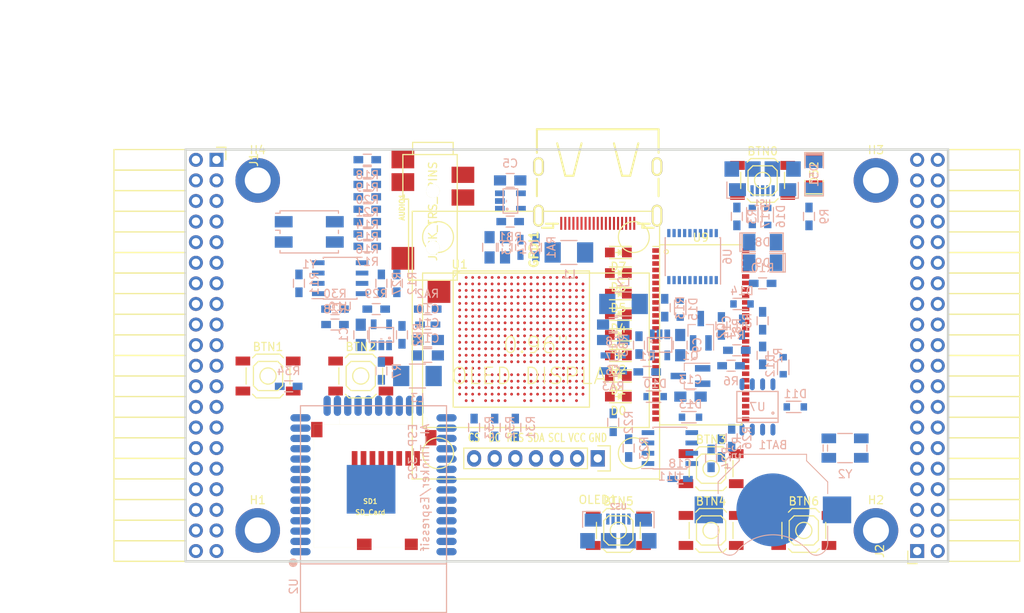
<source format=kicad_pcb>
(kicad_pcb (version 4) (host pcbnew 4.0.5+dfsg1-4)
  (layers (0 F.Cu signal) (1 In1.Cu signal) (2 In2.Cu signal) (31 B.Cu signal) (34 B.Paste user) (35 F.Paste user) (36 B.SilkS user) (37 F.SilkS user) (38 B.Mask user) (39 F.Mask user) (44 Edge.Cuts user))
  (net 0 "")
  (net 1 GND)
  (net 2 +5V)
  (net 3 /gpio/IN5V)
  (net 4 /gpio/OUT5V)
  (net 5 +3V3)
  (net 6 "Net-(L1-Pad1)")
  (net 7 "Net-(L2-Pad1)")
  (net 8 +1V2)
  (net 9 BTN_D)
  (net 10 BTN_F1)
  (net 11 BTN_F2)
  (net 12 BTN_L)
  (net 13 BTN_R)
  (net 14 BTN_U)
  (net 15 /power/FB1)
  (net 16 +2V5)
  (net 17 "Net-(L3-Pad1)")
  (net 18 /power/PWREN)
  (net 19 /power/FB3)
  (net 20 /power/FB2)
  (net 21 "Net-(D9-Pad1)")
  (net 22 /power/VBAT)
  (net 23 SD_3)
  (net 24 JTAG_TDI)
  (net 25 JTAG_TCK)
  (net 26 JTAG_TMS)
  (net 27 JTAG_TDO)
  (net 28 /power/WAKEUPn)
  (net 29 /power/WKUP)
  (net 30 /power/SHUT)
  (net 31 /power/WAKE)
  (net 32 /power/HOLD)
  (net 33 /power/WKn)
  (net 34 /power/OSCI_32k)
  (net 35 /power/OSCO_32k)
  (net 36 FTDI_nSUSPEND)
  (net 37 USB_FTDI_DM)
  (net 38 USB_FTDI_DP)
  (net 39 "Net-(Q2-Pad3)")
  (net 40 SHUTDOWN)
  (net 41 /analog/AUDIO_L)
  (net 42 /analog/AUDIO_R)
  (net 43 GPDI_5V_SCL)
  (net 44 GPDI_5V_SDA)
  (net 45 GPDI_SDA)
  (net 46 GPDI_SCL)
  (net 47 /gpdi/VREF2)
  (net 48 /blinkey/BTNPU)
  (net 49 SD_CMD)
  (net 50 SD_CLK)
  (net 51 SD_D0)
  (net 52 SD_D1)
  (net 53 USB5V)
  (net 54 /gpio/B11)
  (net 55 /gpio/C11)
  (net 56 /gpio/A10)
  (net 57 /gpio/A11)
  (net 58 /gpio/B10)
  (net 59 /gpio/A9)
  (net 60 /gpio/C10)
  (net 61 /gpio/B9)
  (net 62 /gpio/E9)
  (net 63 /gpio/D9)
  (net 64 /gpio/A8)
  (net 65 /gpio/A7)
  (net 66 /gpio/B8)
  (net 67 /gpio/C8)
  (net 68 /gpio/D8)
  (net 69 /gpio/E8)
  (net 70 /gpio/C7)
  (net 71 /gpio/C6)
  (net 72 /gpio/D7)
  (net 73 /gpio/E7)
  (net 74 /gpio/D6)
  (net 75 /gpio/E6)
  (net 76 /gpio/B6)
  (net 77 /gpio/A6)
  (net 78 /gpio/A19)
  (net 79 /gpio/B20)
  (net 80 /gpio/A18)
  (net 81 /gpio/B19)
  (net 82 /gpio/A17)
  (net 83 /gpio/B18)
  (net 84 /gpio/B17)
  (net 85 /gpio/C17)
  (net 86 /gpio/C16)
  (net 87 /gpio/D16)
  (net 88 /gpio/A16)
  (net 89 /gpio/B16)
  (net 90 /gpio/D15)
  (net 91 /gpio/E15)
  (net 92 /gpio/B15)
  (net 93 /gpio/C15)
  (net 94 /gpio/D14)
  (net 95 /gpio/E14)
  (net 96 /gpio/A14)
  (net 97 /gpio/C14)
  (net 98 /gpio/D13)
  (net 99 /gpio/E13)
  (net 100 /gpio/B13)
  (net 101 /gpio/C13)
  (net 102 /gpio/A12)
  (net 103 /gpio/A13)
  (net 104 /gpio/D12)
  (net 105 /gpio/E12)
  (net 106 /gpio/B12)
  (net 107 /gpio/C12)
  (net 108 /gpio/D11)
  (net 109 /gpio/E11)
  (net 110 "Net-(BTN0-Pad1)")
  (net 111 LED0)
  (net 112 LED1)
  (net 113 LED2)
  (net 114 LED3)
  (net 115 LED4)
  (net 116 LED5)
  (net 117 LED6)
  (net 118 LED7)
  (net 119 BTN_PWRn)
  (net 120 GPDI_ETH_N)
  (net 121 GPDI_ETH_P)
  (net 122 GPDI_D2_P)
  (net 123 GPDI_D2_N)
  (net 124 GPDI_D1_P)
  (net 125 GPDI_D1_N)
  (net 126 GPDI_D0_P)
  (net 127 GPDI_D0_N)
  (net 128 GPDI_CLK_P)
  (net 129 GPDI_CLK_N)
  (net 130 GPDI_CEC)
  (net 131 nRESET)
  (net 132 /usb/FT3V3)
  (net 133 FTDI_nDTR)
  (net 134 SDRAM_CKE)
  (net 135 SDRAM_A7)
  (net 136 SDRAM_D15)
  (net 137 SDRAM_BA1)
  (net 138 SDRAM_D7)
  (net 139 SDRAM_A6)
  (net 140 SDRAM_CLK)
  (net 141 SDRAM_D13)
  (net 142 SDRAM_BA0)
  (net 143 SDRAM_D6)
  (net 144 SDRAM_A5)
  (net 145 SDRAM_D14)
  (net 146 SDRAM_A11)
  (net 147 SDRAM_D12)
  (net 148 SDRAM_D5)
  (net 149 SDRAM_A4)
  (net 150 SDRAM_A10)
  (net 151 SDRAM_D11)
  (net 152 SDRAM_A3)
  (net 153 SDRAM_D4)
  (net 154 SDRAM_D10)
  (net 155 SDRAM_D9)
  (net 156 SDRAM_A9)
  (net 157 SDRAM_D3)
  (net 158 SDRAM_D8)
  (net 159 SDRAM_A8)
  (net 160 SDRAM_A2)
  (net 161 SDRAM_A1)
  (net 162 SDRAM_A0)
  (net 163 SDRAM_D2)
  (net 164 SDRAM_D1)
  (net 165 SDRAM_D0)
  (net 166 SDRAM_DQM0)
  (net 167 SDRAM_nCS)
  (net 168 SDRAM_nRAS)
  (net 169 SDRAM_DQM1)
  (net 170 SDRAM_nCAS)
  (net 171 SDRAM_nWE)
  (net 172 /flash/FLASH_nWP)
  (net 173 /flash/FLASH_nHOLD)
  (net 174 /flash/FLASH_MOSI)
  (net 175 /flash/FLASH_MISO)
  (net 176 /flash/FLASH_SCK)
  (net 177 /flash/FLASH_nCS)
  (net 178 /flash/FPGA_PROGRAMN)
  (net 179 /flash/FPGA_DONE)
  (net 180 /flash/FPGA_INITN)
  (net 181 OLED_MOSI)
  (net 182 OLED_RES)
  (net 183 OLED_DC)
  (net 184 OLED_CS)
  (net 185 AUDIO_L3)
  (net 186 AUDIO_L2)
  (net 187 AUDIO_L1)
  (net 188 AUDIO_L0)
  (net 189 AUDIO_R3)
  (net 190 AUDIO_R2)
  (net 191 AUDIO_R1)
  (net 192 AUDIO_R0)
  (net 193 WIFI_EN)
  (net 194 FTDI_nRTS)
  (net 195 WIFI_GPIO2)
  (net 196 FTDI_TXD)
  (net 197 FTDI_RXD)
  (net 198 WIFI_RXD)
  (net 199 WIFI_GPIO0)
  (net 200 FTDI_nCTS)
  (net 201 WIFI_TXD)
  (net 202 FTDI_nRI)
  (net 203 FTDI_nDCD)
  (net 204 WIFI_GPIO15)
  (net 205 /gpdi/CLK_25MHz)
  (module Keystone_3000_1x12mm-CoinCell:Keystone_3000_1x12mm-CoinCell (layer B.Cu) (at 166.49 105.87 180)
    (fp_text reference BAT1 (at 0 8 180) (layer B.SilkS) (effects (justify mirror)))
    (fp_text value CR1225)
    (pad 1 smd rect (at -7.9 0 180) (size 3.5 3.3) (layers B.Cu B.Paste B.Mask) (net 22 /power/VBAT))
    (pad 1 smd rect (at 7.9 0 180) (size 3.5 3.3) (layers B.Cu B.Paste B.Mask) (net 22 /power/VBAT))
    (pad 2 smd circle (at 0 0 180) (size 9 9) (layers B.Cu B.Mask) (net 1 GND))
  )
  (module SMD_Packages:SMD-1206_Pol (layer F.Cu) (at 171.57 64.341 90)
    (fp_text reference D52 (at 0 0 90) (layer F.SilkS))
    (fp_text value 2A)
    (pad 1 smd rect (at -1.651 0 90) (size 1.524 2.032) (layers F.Cu F.Paste F.Mask) (net 4 /gpio/OUT5V))
    (pad 2 smd rect (at 1.651 0 90) (size 1.524 2.032) (layers F.Cu F.Paste F.Mask) (net 2 +5V))
  )
  (module SMD_Packages:SMD-1206_Pol (layer B.Cu) (at 171.57 64.595 270)
    (fp_text reference D51 (at 0 0 270) (layer B.SilkS) (effects (justify mirror)))
    (fp_text value 2A)
    (pad 1 smd rect (at -1.651 0 270) (size 1.524 2.032) (layers B.Cu B.Paste B.Mask) (net 2 +5V))
    (pad 2 smd rect (at 1.651 0 270) (size 1.524 2.032) (layers B.Cu B.Paste B.Mask) (net 3 /gpio/IN5V))
  )
  (module micro-sd:MicroSD_TF02D (layer F.Cu) (at 116.87 110.52 180)
    (fp_text reference SD1 (at 0 5.7 180) (layer F.SilkS) (effects (font (size 0.59944 0.59944) (thickness 0.12446))))
    (fp_text value SD_Card (at 0 4.35 180) (layer F.SilkS) (effects (font (size 0.59944 0.59944) (thickness 0.12446))))
    (pad 1 smd rect (at 1.94 11 180) (size 0.7 1.8) (layers F.Cu F.Paste F.Mask) (net 23 SD_3))
    (pad 2 smd rect (at 0.84 11 180) (size 0.7 1.8) (layers F.Cu F.Paste F.Mask) (net 49 SD_CMD))
    (pad 3 smd rect (at -0.26 11 180) (size 0.7 1.8) (layers F.Cu F.Paste F.Mask) (net 1 GND))
    (pad 4 smd rect (at -1.36 11 180) (size 0.7 1.8) (layers F.Cu F.Paste F.Mask) (net 5 +3V3))
    (pad 5 smd rect (at -2.46 11 180) (size 0.7 1.8) (layers F.Cu F.Paste F.Mask) (net 50 SD_CLK))
    (pad 6 smd rect (at -3.56 11 180) (size 0.7 1.8) (layers F.Cu F.Paste F.Mask) (net 1 GND))
    (pad 7 smd rect (at -4.66 11 180) (size 0.7 1.8) (layers F.Cu F.Paste F.Mask) (net 51 SD_D0))
    (pad 8 smd rect (at -5.76 11 180) (size 0.7 1.8) (layers F.Cu F.Paste F.Mask) (net 52 SD_D1))
    (pad S smd rect (at -5.05 0.4 180) (size 1.6 1.4) (layers F.Cu F.Paste F.Mask))
    (pad S smd rect (at 0.75 0.4 180) (size 1.8 1.4) (layers F.Cu F.Paste F.Mask))
    (pad G smd rect (at -7.45 13.55 180) (size 1.4 1.9) (layers F.Cu F.Paste F.Mask))
    (pad G smd rect (at 6.6 14.55 180) (size 1.4 1.9) (layers F.Cu F.Paste F.Mask))
  )
  (module Resistors_SMD:R_1210_HandSoldering (layer B.Cu) (at 141.344 74.12)
    (fp_text reference L1 (at 0 2.7) (layer B.SilkS) (effects (justify mirror)))
    (fp_text value 2.2uH)
    (pad 1 smd rect (at -2 0) (size 2 2.5) (layers B.Cu B.Paste B.Mask) (net 6 "Net-(L1-Pad1)"))
    (pad 2 smd rect (at 2 0) (size 2 2.5) (layers B.Cu B.Paste B.Mask) (net 8 +1V2))
  )
  (module TSOT-25:TSOT-25 (layer B.Cu) (at 134.135 67.77 90)
    (fp_text reference U3 (at 0 -0.5 90) (layer B.SilkS) (effects (font (size 0.15 0.15) (thickness 0.0375)) (justify mirror)))
    (fp_text value AP3429A)
    (pad 1 smd rect (at -0.95 -1.3 90) (size 0.7 1.2) (layers B.Cu B.Paste B.Mask) (net 18 /power/PWREN))
    (pad 2 smd rect (at 0 -1.3 90) (size 0.7 1.2) (layers B.Cu B.Paste B.Mask) (net 1 GND))
    (pad 3 smd rect (at 0.95 -1.3 90) (size 0.7 1.2) (layers B.Cu B.Paste B.Mask) (net 6 "Net-(L1-Pad1)"))
    (pad 4 smd rect (at 0.95 1.3 90) (size 0.7 1.2) (layers B.Cu B.Paste B.Mask) (net 2 +5V))
    (pad 5 smd rect (at -0.95 1.3 90) (size 0.7 1.2) (layers B.Cu B.Paste B.Mask) (net 15 /power/FB1))
  )
  (module Resistors_SMD:R_1210_HandSoldering (layer B.Cu) (at 148.075 80.47 180)
    (fp_text reference L2 (at 0 2.7 180) (layer B.SilkS) (effects (justify mirror)))
    (fp_text value 2.2uH)
    (pad 1 smd rect (at -2 0 180) (size 2 2.5) (layers B.Cu B.Paste B.Mask) (net 7 "Net-(L2-Pad1)"))
    (pad 2 smd rect (at 2 0 180) (size 2 2.5) (layers B.Cu B.Paste B.Mask) (net 5 +3V3))
  )
  (module TSOT-25:TSOT-25 (layer B.Cu) (at 152.52 85.52)
    (fp_text reference U4 (at 0 -0.5) (layer B.SilkS) (effects (font (size 0.15 0.15) (thickness 0.0375)) (justify mirror)))
    (fp_text value AP3429A)
    (pad 1 smd rect (at -0.95 -1.3) (size 0.7 1.2) (layers B.Cu B.Paste B.Mask) (net 18 /power/PWREN))
    (pad 2 smd rect (at 0 -1.3) (size 0.7 1.2) (layers B.Cu B.Paste B.Mask) (net 1 GND))
    (pad 3 smd rect (at 0.95 -1.3) (size 0.7 1.2) (layers B.Cu B.Paste B.Mask) (net 7 "Net-(L2-Pad1)"))
    (pad 4 smd rect (at 0.95 1.3) (size 0.7 1.2) (layers B.Cu B.Paste B.Mask) (net 2 +5V))
    (pad 5 smd rect (at -0.95 1.3) (size 0.7 1.2) (layers B.Cu B.Paste B.Mask) (net 19 /power/FB3))
  )
  (module Buttons_Switches_SMD:SW_SPST_SKQG (layer F.Cu) (at 104.26 89.36)
    (fp_text reference BTN1 (at 0 -3.6) (layer F.SilkS))
    (fp_text value FIRE1)
    (pad 1 smd rect (at -3.1 -1.85) (size 1.8 1.1) (layers F.Cu F.Paste F.Mask) (net 48 /blinkey/BTNPU))
    (pad 1 smd rect (at 3.1 -1.85) (size 1.8 1.1) (layers F.Cu F.Paste F.Mask) (net 48 /blinkey/BTNPU))
    (pad 2 smd rect (at -3.1 1.85) (size 1.8 1.1) (layers F.Cu F.Paste F.Mask) (net 10 BTN_F1))
    (pad 2 smd rect (at 3.1 1.85) (size 1.8 1.1) (layers F.Cu F.Paste F.Mask) (net 10 BTN_F1))
  )
  (module Buttons_Switches_SMD:SW_SPST_SKQG (layer F.Cu) (at 115.69 89.36)
    (fp_text reference BTN2 (at 0 -3.6) (layer F.SilkS))
    (fp_text value FIRE2)
    (pad 1 smd rect (at -3.1 -1.85) (size 1.8 1.1) (layers F.Cu F.Paste F.Mask) (net 48 /blinkey/BTNPU))
    (pad 1 smd rect (at 3.1 -1.85) (size 1.8 1.1) (layers F.Cu F.Paste F.Mask) (net 48 /blinkey/BTNPU))
    (pad 2 smd rect (at -3.1 1.85) (size 1.8 1.1) (layers F.Cu F.Paste F.Mask) (net 11 BTN_F2))
    (pad 2 smd rect (at 3.1 1.85) (size 1.8 1.1) (layers F.Cu F.Paste F.Mask) (net 11 BTN_F2))
  )
  (module Buttons_Switches_SMD:SW_SPST_SKQG (layer F.Cu) (at 158.87 100.79)
    (fp_text reference BTN3 (at 0 -3.6) (layer F.SilkS))
    (fp_text value UP)
    (pad 1 smd rect (at -3.1 -1.85) (size 1.8 1.1) (layers F.Cu F.Paste F.Mask) (net 48 /blinkey/BTNPU))
    (pad 1 smd rect (at 3.1 -1.85) (size 1.8 1.1) (layers F.Cu F.Paste F.Mask) (net 48 /blinkey/BTNPU))
    (pad 2 smd rect (at -3.1 1.85) (size 1.8 1.1) (layers F.Cu F.Paste F.Mask) (net 14 BTN_U))
    (pad 2 smd rect (at 3.1 1.85) (size 1.8 1.1) (layers F.Cu F.Paste F.Mask) (net 14 BTN_U))
  )
  (module Buttons_Switches_SMD:SW_SPST_SKQG (layer F.Cu) (at 158.87 108.41)
    (fp_text reference BTN4 (at 0 -3.6) (layer F.SilkS))
    (fp_text value DOWN)
    (pad 1 smd rect (at -3.1 -1.85) (size 1.8 1.1) (layers F.Cu F.Paste F.Mask) (net 48 /blinkey/BTNPU))
    (pad 1 smd rect (at 3.1 -1.85) (size 1.8 1.1) (layers F.Cu F.Paste F.Mask) (net 48 /blinkey/BTNPU))
    (pad 2 smd rect (at -3.1 1.85) (size 1.8 1.1) (layers F.Cu F.Paste F.Mask) (net 9 BTN_D))
    (pad 2 smd rect (at 3.1 1.85) (size 1.8 1.1) (layers F.Cu F.Paste F.Mask) (net 9 BTN_D))
  )
  (module Buttons_Switches_SMD:SW_SPST_SKQG (layer F.Cu) (at 147.44 108.41)
    (fp_text reference BTN5 (at 0 -3.6) (layer F.SilkS))
    (fp_text value LEFT)
    (pad 1 smd rect (at -3.1 -1.85) (size 1.8 1.1) (layers F.Cu F.Paste F.Mask) (net 48 /blinkey/BTNPU))
    (pad 1 smd rect (at 3.1 -1.85) (size 1.8 1.1) (layers F.Cu F.Paste F.Mask) (net 48 /blinkey/BTNPU))
    (pad 2 smd rect (at -3.1 1.85) (size 1.8 1.1) (layers F.Cu F.Paste F.Mask) (net 12 BTN_L))
    (pad 2 smd rect (at 3.1 1.85) (size 1.8 1.1) (layers F.Cu F.Paste F.Mask) (net 12 BTN_L))
  )
  (module Buttons_Switches_SMD:SW_SPST_SKQG (layer F.Cu) (at 170.3 108.41)
    (fp_text reference BTN6 (at 0 -3.6) (layer F.SilkS))
    (fp_text value RIGHT)
    (pad 1 smd rect (at -3.1 -1.85) (size 1.8 1.1) (layers F.Cu F.Paste F.Mask) (net 48 /blinkey/BTNPU))
    (pad 1 smd rect (at 3.1 -1.85) (size 1.8 1.1) (layers F.Cu F.Paste F.Mask) (net 48 /blinkey/BTNPU))
    (pad 2 smd rect (at -3.1 1.85) (size 1.8 1.1) (layers F.Cu F.Paste F.Mask) (net 13 BTN_R))
    (pad 2 smd rect (at 3.1 1.85) (size 1.8 1.1) (layers F.Cu F.Paste F.Mask) (net 13 BTN_R))
  )
  (module LEDs:LED_0805 (layer F.Cu) (at 147.44 91.9 180)
    (fp_text reference D0 (at 0 -1.75 180) (layer F.SilkS))
    (fp_text value LED)
    (pad 2 smd rect (at 1.04902 0) (size 1.19888 1.19888) (layers F.Cu F.Paste F.Mask) (net 111 LED0))
    (pad 1 smd rect (at -1.04902 0) (size 1.19888 1.19888) (layers F.Cu F.Paste F.Mask) (net 1 GND))
  )
  (module LEDs:LED_0805 (layer F.Cu) (at 147.44 89.36 180)
    (fp_text reference D1 (at 0 -1.75 180) (layer F.SilkS))
    (fp_text value LED)
    (pad 2 smd rect (at 1.04902 0) (size 1.19888 1.19888) (layers F.Cu F.Paste F.Mask) (net 112 LED1))
    (pad 1 smd rect (at -1.04902 0) (size 1.19888 1.19888) (layers F.Cu F.Paste F.Mask) (net 1 GND))
  )
  (module LEDs:LED_0805 (layer F.Cu) (at 147.44 86.82 180)
    (fp_text reference D2 (at 0 -1.75 180) (layer F.SilkS))
    (fp_text value LED)
    (pad 2 smd rect (at 1.04902 0) (size 1.19888 1.19888) (layers F.Cu F.Paste F.Mask) (net 113 LED2))
    (pad 1 smd rect (at -1.04902 0) (size 1.19888 1.19888) (layers F.Cu F.Paste F.Mask) (net 1 GND))
  )
  (module LEDs:LED_0805 (layer F.Cu) (at 147.44 84.28 180)
    (fp_text reference D3 (at 0 -1.75 180) (layer F.SilkS))
    (fp_text value LED)
    (pad 2 smd rect (at 1.04902 0) (size 1.19888 1.19888) (layers F.Cu F.Paste F.Mask) (net 114 LED3))
    (pad 1 smd rect (at -1.04902 0) (size 1.19888 1.19888) (layers F.Cu F.Paste F.Mask) (net 1 GND))
  )
  (module LEDs:LED_0805 (layer F.Cu) (at 147.44 81.74 180)
    (fp_text reference D4 (at 0 -1.75 180) (layer F.SilkS))
    (fp_text value LED)
    (pad 2 smd rect (at 1.04902 0) (size 1.19888 1.19888) (layers F.Cu F.Paste F.Mask) (net 115 LED4))
    (pad 1 smd rect (at -1.04902 0) (size 1.19888 1.19888) (layers F.Cu F.Paste F.Mask) (net 1 GND))
  )
  (module LEDs:LED_0805 (layer F.Cu) (at 147.44 79.2 180)
    (fp_text reference D5 (at 0 -1.75 180) (layer F.SilkS))
    (fp_text value LED)
    (pad 2 smd rect (at 1.04902 0) (size 1.19888 1.19888) (layers F.Cu F.Paste F.Mask) (net 116 LED5))
    (pad 1 smd rect (at -1.04902 0) (size 1.19888 1.19888) (layers F.Cu F.Paste F.Mask) (net 1 GND))
  )
  (module LEDs:LED_0805 (layer F.Cu) (at 147.44 76.66 180)
    (fp_text reference D6 (at 0 -1.75 180) (layer F.SilkS))
    (fp_text value LED)
    (pad 2 smd rect (at 1.04902 0) (size 1.19888 1.19888) (layers F.Cu F.Paste F.Mask) (net 117 LED6))
    (pad 1 smd rect (at -1.04902 0) (size 1.19888 1.19888) (layers F.Cu F.Paste F.Mask) (net 1 GND))
  )
  (module LEDs:LED_0805 (layer F.Cu) (at 147.44 74.12 180)
    (fp_text reference D7 (at 0 -1.75 180) (layer F.SilkS))
    (fp_text value LED)
    (pad 2 smd rect (at 1.04902 0) (size 1.19888 1.19888) (layers F.Cu F.Paste F.Mask) (net 118 LED7))
    (pad 1 smd rect (at -1.04902 0) (size 1.19888 1.19888) (layers F.Cu F.Paste F.Mask) (net 1 GND))
  )
  (module Resistors_SMD:R_1210_HandSoldering (layer B.Cu) (at 122.675 89.36)
    (fp_text reference L3 (at 0 2.7) (layer B.SilkS) (effects (justify mirror)))
    (fp_text value 2.2uH)
    (pad 1 smd rect (at -2 0) (size 2 2.5) (layers B.Cu B.Paste B.Mask) (net 17 "Net-(L3-Pad1)"))
    (pad 2 smd rect (at 2 0) (size 2 2.5) (layers B.Cu B.Paste B.Mask) (net 16 +2V5))
  )
  (module TSOT-25:TSOT-25 (layer B.Cu) (at 118.23 84.28 180)
    (fp_text reference U5 (at 0 -0.5 180) (layer B.SilkS) (effects (font (size 0.15 0.15) (thickness 0.0375)) (justify mirror)))
    (fp_text value AP3429A)
    (pad 1 smd rect (at -0.95 -1.3 180) (size 0.7 1.2) (layers B.Cu B.Paste B.Mask) (net 18 /power/PWREN))
    (pad 2 smd rect (at 0 -1.3 180) (size 0.7 1.2) (layers B.Cu B.Paste B.Mask) (net 1 GND))
    (pad 3 smd rect (at 0.95 -1.3 180) (size 0.7 1.2) (layers B.Cu B.Paste B.Mask) (net 17 "Net-(L3-Pad1)"))
    (pad 4 smd rect (at 0.95 1.3 180) (size 0.7 1.2) (layers B.Cu B.Paste B.Mask) (net 2 +5V))
    (pad 5 smd rect (at -0.95 1.3 180) (size 0.7 1.2) (layers B.Cu B.Paste B.Mask) (net 20 /power/FB2))
  )
  (module Capacitors_SMD:C_0805_HandSoldering (layer B.Cu) (at 115.69 84.28 270)
    (fp_text reference C1 (at 0 2.1 270) (layer B.SilkS) (effects (justify mirror)))
    (fp_text value 22uF)
    (pad 1 smd rect (at -1.25 0 270) (size 1.5 1.25) (layers B.Cu B.Paste B.Mask) (net 2 +5V))
    (pad 2 smd rect (at 1.25 0 270) (size 1.5 1.25) (layers B.Cu B.Paste B.Mask) (net 1 GND))
  )
  (module Capacitors_SMD:C_0805_HandSoldering (layer B.Cu) (at 131.565 73.485 90)
    (fp_text reference C3 (at 0 2.1 90) (layer B.SilkS) (effects (justify mirror)))
    (fp_text value 22uF)
    (pad 1 smd rect (at -1.25 0 90) (size 1.5 1.25) (layers B.Cu B.Paste B.Mask) (net 8 +1V2))
    (pad 2 smd rect (at 1.25 0 90) (size 1.5 1.25) (layers B.Cu B.Paste B.Mask) (net 1 GND))
  )
  (module Capacitors_SMD:C_0805_HandSoldering (layer B.Cu) (at 133.47 73.485 90)
    (fp_text reference C4 (at 0 2.1 90) (layer B.SilkS) (effects (justify mirror)))
    (fp_text value 22uF)
    (pad 1 smd rect (at -1.25 0 90) (size 1.5 1.25) (layers B.Cu B.Paste B.Mask) (net 8 +1V2))
    (pad 2 smd rect (at 1.25 0 90) (size 1.5 1.25) (layers B.Cu B.Paste B.Mask) (net 1 GND))
  )
  (module Capacitors_SMD:C_0805_HandSoldering (layer B.Cu) (at 134.105 65.23 180)
    (fp_text reference C5 (at 0 2.1 180) (layer B.SilkS) (effects (justify mirror)))
    (fp_text value 22uF)
    (pad 1 smd rect (at -1.25 0 180) (size 1.5 1.25) (layers B.Cu B.Paste B.Mask) (net 2 +5V))
    (pad 2 smd rect (at 1.25 0 180) (size 1.5 1.25) (layers B.Cu B.Paste B.Mask) (net 1 GND))
  )
  (module Capacitors_SMD:C_0805_HandSoldering (layer B.Cu) (at 146.805 84.915)
    (fp_text reference C7 (at 0 2.1) (layer B.SilkS) (effects (justify mirror)))
    (fp_text value 22uF)
    (pad 1 smd rect (at -1.25 0) (size 1.5 1.25) (layers B.Cu B.Paste B.Mask) (net 5 +3V3))
    (pad 2 smd rect (at 1.25 0) (size 1.5 1.25) (layers B.Cu B.Paste B.Mask) (net 1 GND))
  )
  (module Capacitors_SMD:C_0805_HandSoldering (layer B.Cu) (at 146.805 83.01)
    (fp_text reference C8 (at 0 2.1) (layer B.SilkS) (effects (justify mirror)))
    (fp_text value 22uF)
    (pad 1 smd rect (at -1.25 0) (size 1.5 1.25) (layers B.Cu B.Paste B.Mask) (net 5 +3V3))
    (pad 2 smd rect (at 1.25 0) (size 1.5 1.25) (layers B.Cu B.Paste B.Mask) (net 1 GND))
  )
  (module Capacitors_SMD:C_0805_HandSoldering (layer B.Cu) (at 155.06 85.55 90)
    (fp_text reference C9 (at 0 2.1 90) (layer B.SilkS) (effects (justify mirror)))
    (fp_text value 22uF)
    (pad 1 smd rect (at -1.25 0 90) (size 1.5 1.25) (layers B.Cu B.Paste B.Mask) (net 2 +5V))
    (pad 2 smd rect (at 1.25 0 90) (size 1.5 1.25) (layers B.Cu B.Paste B.Mask) (net 1 GND))
  )
  (module Capacitors_SMD:C_0805_HandSoldering (layer B.Cu) (at 123.945 84.915 180)
    (fp_text reference C11 (at 0 2.1 180) (layer B.SilkS) (effects (justify mirror)))
    (fp_text value 22uF)
    (pad 1 smd rect (at -1.25 0 180) (size 1.5 1.25) (layers B.Cu B.Paste B.Mask) (net 16 +2V5))
    (pad 2 smd rect (at 1.25 0 180) (size 1.5 1.25) (layers B.Cu B.Paste B.Mask) (net 1 GND))
  )
  (module Capacitors_SMD:C_0805_HandSoldering (layer B.Cu) (at 123.945 86.82 180)
    (fp_text reference C12 (at 0 2.1 180) (layer B.SilkS) (effects (justify mirror)))
    (fp_text value 22uF)
    (pad 1 smd rect (at -1.25 0 180) (size 1.5 1.25) (layers B.Cu B.Paste B.Mask) (net 16 +2V5))
    (pad 2 smd rect (at 1.25 0 180) (size 1.5 1.25) (layers B.Cu B.Paste B.Mask) (net 1 GND))
  )
  (module SMD_Packages:SMD-1206_Pol (layer B.Cu) (at 165.22 72.85)
    (fp_text reference D8 (at 0 0) (layer B.SilkS) (effects (justify mirror)))
    (fp_text value 2A)
    (pad 1 smd rect (at -1.651 0) (size 1.524 2.032) (layers B.Cu B.Paste B.Mask) (net 2 +5V))
    (pad 2 smd rect (at 1.651 0) (size 1.524 2.032) (layers B.Cu B.Paste B.Mask) (net 53 USB5V))
  )
  (module SMD_Packages:SMD-1206_Pol (layer B.Cu) (at 165.22 75.39 180)
    (fp_text reference D9 (at 0 0 180) (layer B.SilkS) (effects (justify mirror)))
    (fp_text value 2A)
    (pad 1 smd rect (at -1.651 0 180) (size 1.524 2.032) (layers B.Cu B.Paste B.Mask) (net 21 "Net-(D9-Pad1)"))
    (pad 2 smd rect (at 1.651 0 180) (size 1.524 2.032) (layers B.Cu B.Paste B.Mask) (net 2 +5V))
  )
  (module Power_Integrations:SO-8 (layer B.Cu) (at 164.585 93.17 180)
    (fp_text reference U7 (at 0 0 180) (layer B.SilkS) (effects (justify mirror)))
    (fp_text value PCF8523)
    (pad 1 smd oval (at -1.905 -2.794 180) (size 0.6096 1.4732) (layers B.Cu B.Paste B.Mask) (net 34 /power/OSCI_32k))
    (pad 2 smd oval (at -0.635 -2.794 180) (size 0.6096 1.4732) (layers B.Cu B.Paste B.Mask) (net 35 /power/OSCO_32k))
    (pad 3 smd oval (at 0.635 -2.794 180) (size 0.6096 1.4732) (layers B.Cu B.Paste B.Mask) (net 22 /power/VBAT))
    (pad 4 smd oval (at 1.905 -2.794 180) (size 0.6096 1.4732) (layers B.Cu B.Paste B.Mask) (net 1 GND))
    (pad 5 smd oval (at 1.905 2.794 180) (size 0.6096 1.4732) (layers B.Cu B.Paste B.Mask))
    (pad 6 smd oval (at 0.635 2.794 180) (size 0.6096 1.4732) (layers B.Cu B.Paste B.Mask))
    (pad 7 smd oval (at -0.635 2.794 180) (size 0.6096 1.4732) (layers B.Cu B.Paste B.Mask) (net 28 /power/WAKEUPn))
    (pad 8 smd oval (at -1.905 2.794 180) (size 0.6096 1.4732) (layers B.Cu B.Paste B.Mask) (net 16 +2V5))
  )
  (module Capacitors_SMD:C_0805_HandSoldering (layer B.Cu) (at 156.33 91.9 180)
    (fp_text reference C13 (at 0 2.1 180) (layer B.SilkS) (effects (justify mirror)))
    (fp_text value 2.2uF)
    (pad 1 smd rect (at -1.25 0 180) (size 1.5 1.25) (layers B.Cu B.Paste B.Mask) (net 2 +5V))
    (pad 2 smd rect (at 1.25 0 180) (size 1.5 1.25) (layers B.Cu B.Paste B.Mask) (net 29 /power/WKUP))
  )
  (module Diodes_SMD:D_0805 (layer B.Cu) (at 151.978 91.9)
    (fp_text reference D10 (at 0 -1.6) (layer B.SilkS) (effects (justify mirror)))
    (fp_text value 1N4148)
    (pad 1 smd rect (at -1.05 0) (size 0.8 0.9) (layers B.Cu B.Paste B.Mask) (net 31 /power/WAKE))
    (pad 2 smd rect (at 1.05 0) (size 0.8 0.9) (layers B.Cu B.Paste B.Mask) (net 29 /power/WKUP))
  )
  (module Diodes_SMD:D_0805 (layer B.Cu) (at 169.25 93.17)
    (fp_text reference D11 (at 0 -1.6) (layer B.SilkS) (effects (justify mirror)))
    (fp_text value 1N4148)
    (pad 1 smd rect (at -1.05 0) (size 0.8 0.9) (layers B.Cu B.Paste B.Mask) (net 32 /power/HOLD))
    (pad 2 smd rect (at 1.05 0) (size 0.8 0.9) (layers B.Cu B.Paste B.Mask) (net 5 +3V3))
  )
  (module Diodes_SMD:D_0805 (layer B.Cu) (at 155.06 81.105 270)
    (fp_text reference D15 (at 0 -1.6 270) (layer B.SilkS) (effects (justify mirror)))
    (fp_text value BAT42)
    (pad 1 smd rect (at -1.05 0 270) (size 0.8 0.9) (layers B.Cu B.Paste B.Mask) (net 30 /power/SHUT))
    (pad 2 smd rect (at 1.05 0 270) (size 0.8 0.9) (layers B.Cu B.Paste B.Mask) (net 40 SHUTDOWN))
  )
  (module Diodes_SMD:D_0805 (layer B.Cu) (at 167.76 88.09 90)
    (fp_text reference D12 (at 0 -1.6 90) (layer B.SilkS) (effects (justify mirror)))
    (fp_text value 1N4148)
    (pad 1 smd rect (at -1.05 0 90) (size 0.8 0.9) (layers B.Cu B.Paste B.Mask) (net 18 /power/PWREN))
    (pad 2 smd rect (at 1.05 0 90) (size 0.8 0.9) (layers B.Cu B.Paste B.Mask) (net 36 FTDI_nSUSPEND))
  )
  (module usb_otg:USB-MICRO-B-FCI-10118192-0001LF (layer B.Cu) (at 165.22 63.825)
    (fp_text reference US1 (at 0 4.2) (layer B.SilkS) (effects (font (size 0.7 0.7)) (justify mirror)))
    (fp_text value USB_FTDI hide)
    (pad 6 smd rect (at -3.1 2.55) (size 2.1 1.6) (layers B.Cu B.Paste B.Mask) (net 1 GND))
    (pad 6 smd rect (at 3.1 2.55) (size 2.1 1.6) (layers B.Cu B.Paste B.Mask) (net 1 GND))
    (pad "" smd rect (at -1.2 0) (size 1.9 1.9) (layers B.Cu B.Paste B.Mask))
    (pad "" smd rect (at 1.2 0) (size 1.9 1.9) (layers B.Cu B.Paste B.Mask))
    (pad 1 smd rect (at -1.3 2.675) (size 0.4 1.35) (layers B.Cu B.Paste B.Mask) (net 53 USB5V))
    (pad 2 smd rect (at -0.65 2.675) (size 0.4 1.35) (layers B.Cu B.Paste B.Mask) (net 37 USB_FTDI_DM))
    (pad 3 smd rect (at 0 2.675) (size 0.4 1.35) (layers B.Cu B.Paste B.Mask) (net 38 USB_FTDI_DP))
    (pad 4 smd rect (at 0.65 2.675) (size 0.4 1.35) (layers B.Cu B.Paste B.Mask))
    (pad 5 smd rect (at 1.3 2.675) (size 0.4 1.35) (layers B.Cu B.Paste B.Mask) (net 1 GND))
    (pad "" smd rect (at -3.8 0) (size 1.8 1.9) (layers B.Cu B.Paste B.Mask))
    (pad "" smd rect (at 3.8 0) (size 1.8 1.9) (layers B.Cu B.Paste B.Mask))
  )
  (module usb_otg:USB-MICRO-B-FCI-10118192-0001LF (layer B.Cu) (at 147.44 109.68 180)
    (fp_text reference US2 (at 0 4.2 180) (layer B.SilkS) (effects (font (size 0.7 0.7)) (justify mirror)))
    (fp_text value USB_FPGA hide)
    (pad 6 smd rect (at -3.1 2.55 180) (size 2.1 1.6) (layers B.Cu B.Paste B.Mask) (net 1 GND))
    (pad 6 smd rect (at 3.1 2.55 180) (size 2.1 1.6) (layers B.Cu B.Paste B.Mask) (net 1 GND))
    (pad "" smd rect (at -1.2 0 180) (size 1.9 1.9) (layers B.Cu B.Paste B.Mask))
    (pad "" smd rect (at 1.2 0 180) (size 1.9 1.9) (layers B.Cu B.Paste B.Mask))
    (pad 1 smd rect (at -1.3 2.675 180) (size 0.4 1.35) (layers B.Cu B.Paste B.Mask) (net 21 "Net-(D9-Pad1)"))
    (pad 2 smd rect (at -0.65 2.675 180) (size 0.4 1.35) (layers B.Cu B.Paste B.Mask))
    (pad 3 smd rect (at 0 2.675 180) (size 0.4 1.35) (layers B.Cu B.Paste B.Mask))
    (pad 4 smd rect (at 0.65 2.675 180) (size 0.4 1.35) (layers B.Cu B.Paste B.Mask))
    (pad 5 smd rect (at 1.3 2.675 180) (size 0.4 1.35) (layers B.Cu B.Paste B.Mask) (net 1 GND))
    (pad "" smd rect (at -3.8 0 180) (size 1.8 1.9) (layers B.Cu B.Paste B.Mask))
    (pad "" smd rect (at 3.8 0 180) (size 1.8 1.9) (layers B.Cu B.Paste B.Mask))
  )
  (module audio-jack:CUI_SJ-43516-SMT (layer F.Cu) (at 124.58 69.04 270)
    (fp_text reference AUDIO1 (at -0.5 3.8 270) (layer F.SilkS) (effects (font (size 0.6096 0.6096) (thickness 0.1524))))
    (fp_text value JACK_TRS_6PINS (at 0 0 270) (layer F.SilkS))
    (pad 1 smd rect (at -6.4 3.7 270) (size 2.2 2.8) (layers F.Cu F.Paste F.Mask) (net 41 /analog/AUDIO_L))
    (pad 4 smd rect (at -3.6 3.7 270) (size 2.2 2.8) (layers F.Cu F.Paste F.Mask))
    (pad 2 smd rect (at 5.8 3.7 270) (size 2.8 2.8) (layers F.Cu F.Paste F.Mask) (net 1 GND))
    (pad 5 smd rect (at 9.9 -0.75 270) (size 2.8 2.8) (layers F.Cu F.Paste F.Mask))
    (pad 3 smd rect (at -1.7 -3.7 270) (size 2 2.8) (layers F.Cu F.Paste F.Mask) (net 42 /analog/AUDIO_R))
    (pad 6 smd rect (at -4.5 -3.7 270) (size 2 2.8) (layers F.Cu F.Paste F.Mask))
    (pad "" np_thru_hole circle (at -2.5 0 270) (size 1.7 1.7) (drill 1.7) (layers *.Cu *.Mask F.SilkS) (clearance 0.4))
    (pad "" np_thru_hole circle (at 4.5 0 270) (size 1.7 1.7) (drill 1.7) (layers *.Cu *.Mask F.SilkS) (clearance 0.4))
  )
  (module TSOP54:TSOP54 (layer F.Cu) (at 157.6 84.28)
    (fp_text reference U9 (at 0 -12) (layer F.SilkS))
    (fp_text value MT48LC16M16A2TG)
    (pad 28 smd rect (at 5.53 10.4) (size 0.9 0.56) (layers F.Cu F.Paste F.Mask) (net 1 GND))
    (pad 1 smd rect (at -5.53 -10.4) (size 0.9 0.56) (layers F.Cu F.Paste F.Mask) (net 5 +3V3))
    (pad 2 smd rect (at -5.53 -9.6) (size 0.9 0.56) (layers F.Cu F.Paste F.Mask) (net 165 SDRAM_D0))
    (pad 3 smd rect (at -5.53 -8.8) (size 0.9 0.56) (layers F.Cu F.Paste F.Mask) (net 5 +3V3))
    (pad 4 smd rect (at -5.53 -8) (size 0.9 0.56) (layers F.Cu F.Paste F.Mask) (net 164 SDRAM_D1))
    (pad 5 smd rect (at -5.53 -7.2) (size 0.9 0.56) (layers F.Cu F.Paste F.Mask) (net 163 SDRAM_D2))
    (pad 6 smd rect (at -5.53 -6.4) (size 0.9 0.56) (layers F.Cu F.Paste F.Mask) (net 1 GND))
    (pad 7 smd rect (at -5.53 -5.6) (size 0.9 0.56) (layers F.Cu F.Paste F.Mask) (net 157 SDRAM_D3))
    (pad 8 smd rect (at -5.53 -4.8) (size 0.9 0.56) (layers F.Cu F.Paste F.Mask) (net 153 SDRAM_D4))
    (pad 9 smd rect (at -5.53 -4) (size 0.9 0.56) (layers F.Cu F.Paste F.Mask) (net 5 +3V3))
    (pad 10 smd rect (at -5.53 -3.2) (size 0.9 0.56) (layers F.Cu F.Paste F.Mask) (net 148 SDRAM_D5))
    (pad 11 smd rect (at -5.53 -2.4) (size 0.9 0.56) (layers F.Cu F.Paste F.Mask) (net 143 SDRAM_D6))
    (pad 12 smd rect (at -5.53 -1.6) (size 0.9 0.56) (layers F.Cu F.Paste F.Mask) (net 1 GND))
    (pad 13 smd rect (at -5.53 -0.8) (size 0.9 0.56) (layers F.Cu F.Paste F.Mask) (net 138 SDRAM_D7))
    (pad 14 smd rect (at -5.53 0) (size 0.9 0.56) (layers F.Cu F.Paste F.Mask) (net 5 +3V3))
    (pad 15 smd rect (at -5.53 0.8) (size 0.9 0.56) (layers F.Cu F.Paste F.Mask) (net 166 SDRAM_DQM0))
    (pad 16 smd rect (at -5.53 1.6) (size 0.9 0.56) (layers F.Cu F.Paste F.Mask) (net 171 SDRAM_nWE))
    (pad 17 smd rect (at -5.53 2.4) (size 0.9 0.56) (layers F.Cu F.Paste F.Mask) (net 170 SDRAM_nCAS))
    (pad 18 smd rect (at -5.53 3.2) (size 0.9 0.56) (layers F.Cu F.Paste F.Mask) (net 168 SDRAM_nRAS))
    (pad 19 smd rect (at -5.53 4) (size 0.9 0.56) (layers F.Cu F.Paste F.Mask) (net 167 SDRAM_nCS))
    (pad 20 smd rect (at -5.53 4.8) (size 0.9 0.56) (layers F.Cu F.Paste F.Mask) (net 142 SDRAM_BA0))
    (pad 21 smd rect (at -5.53 5.6) (size 0.9 0.56) (layers F.Cu F.Paste F.Mask) (net 137 SDRAM_BA1))
    (pad 22 smd rect (at -5.53 6.4) (size 0.9 0.56) (layers F.Cu F.Paste F.Mask) (net 150 SDRAM_A10))
    (pad 23 smd rect (at -5.53 7.2) (size 0.9 0.56) (layers F.Cu F.Paste F.Mask) (net 162 SDRAM_A0))
    (pad 24 smd rect (at -5.53 8) (size 0.9 0.56) (layers F.Cu F.Paste F.Mask) (net 161 SDRAM_A1))
    (pad 25 smd rect (at -5.53 8.8) (size 0.9 0.56) (layers F.Cu F.Paste F.Mask) (net 160 SDRAM_A2))
    (pad 26 smd rect (at -5.53 9.6) (size 0.9 0.56) (layers F.Cu F.Paste F.Mask) (net 152 SDRAM_A3))
    (pad 27 smd rect (at -5.53 10.4) (size 0.9 0.56) (layers F.Cu F.Paste F.Mask) (net 5 +3V3))
    (pad 29 smd rect (at 5.53 9.6) (size 0.9 0.56) (layers F.Cu F.Paste F.Mask) (net 149 SDRAM_A4))
    (pad 30 smd rect (at 5.53 8.8) (size 0.9 0.56) (layers F.Cu F.Paste F.Mask) (net 144 SDRAM_A5))
    (pad 31 smd rect (at 5.53 8) (size 0.9 0.56) (layers F.Cu F.Paste F.Mask) (net 139 SDRAM_A6))
    (pad 32 smd rect (at 5.53 7.2) (size 0.9 0.56) (layers F.Cu F.Paste F.Mask) (net 135 SDRAM_A7))
    (pad 33 smd rect (at 5.53 6.4) (size 0.9 0.56) (layers F.Cu F.Paste F.Mask) (net 159 SDRAM_A8))
    (pad 34 smd rect (at 5.53 5.6) (size 0.9 0.56) (layers F.Cu F.Paste F.Mask) (net 156 SDRAM_A9))
    (pad 35 smd rect (at 5.53 4.8) (size 0.9 0.56) (layers F.Cu F.Paste F.Mask) (net 146 SDRAM_A11))
    (pad 36 smd rect (at 5.53 4) (size 0.9 0.56) (layers F.Cu F.Paste F.Mask))
    (pad 37 smd rect (at 5.53 3.2) (size 0.9 0.56) (layers F.Cu F.Paste F.Mask) (net 134 SDRAM_CKE))
    (pad 38 smd rect (at 5.53 2.4) (size 0.9 0.56) (layers F.Cu F.Paste F.Mask) (net 140 SDRAM_CLK))
    (pad 39 smd rect (at 5.53 1.6) (size 0.9 0.56) (layers F.Cu F.Paste F.Mask) (net 169 SDRAM_DQM1))
    (pad 40 smd rect (at 5.53 0.8) (size 0.9 0.56) (layers F.Cu F.Paste F.Mask))
    (pad 41 smd rect (at 5.53 0) (size 0.9 0.56) (layers F.Cu F.Paste F.Mask) (net 1 GND))
    (pad 42 smd rect (at 5.53 -0.8) (size 0.9 0.56) (layers F.Cu F.Paste F.Mask) (net 158 SDRAM_D8))
    (pad 43 smd rect (at 5.53 -1.6) (size 0.9 0.56) (layers F.Cu F.Paste F.Mask) (net 5 +3V3))
    (pad 44 smd rect (at 5.53 -2.4) (size 0.9 0.56) (layers F.Cu F.Paste F.Mask) (net 155 SDRAM_D9))
    (pad 45 smd rect (at 5.53 -3.2) (size 0.9 0.56) (layers F.Cu F.Paste F.Mask) (net 154 SDRAM_D10))
    (pad 46 smd rect (at 5.53 -4) (size 0.9 0.56) (layers F.Cu F.Paste F.Mask) (net 1 GND))
    (pad 47 smd rect (at 5.53 -4.8) (size 0.9 0.56) (layers F.Cu F.Paste F.Mask) (net 151 SDRAM_D11))
    (pad 48 smd rect (at 5.53 -5.6) (size 0.9 0.56) (layers F.Cu F.Paste F.Mask) (net 147 SDRAM_D12))
    (pad 49 smd rect (at 5.53 -6.4) (size 0.9 0.56) (layers F.Cu F.Paste F.Mask) (net 5 +3V3))
    (pad 50 smd rect (at 5.53 -7.2) (size 0.9 0.56) (layers F.Cu F.Paste F.Mask) (net 141 SDRAM_D13))
    (pad 51 smd rect (at 5.53 -8) (size 0.9 0.56) (layers F.Cu F.Paste F.Mask) (net 145 SDRAM_D14))
    (pad 52 smd rect (at 5.53 -8.8) (size 0.9 0.56) (layers F.Cu F.Paste F.Mask) (net 1 GND))
    (pad 53 smd rect (at 5.53 -9.6) (size 0.9 0.56) (layers F.Cu F.Paste F.Mask) (net 136 SDRAM_D15))
    (pad 54 smd rect (at 5.53 -10.4) (size 0.9 0.56) (layers F.Cu F.Paste F.Mask) (net 1 GND))
  )
  (module TO_SOT_Packages_SMD:SOT-23_Handsoldering (layer B.Cu) (at 156.33 89.36 180)
    (fp_text reference Q1 (at 0 2.5 180) (layer B.SilkS) (effects (justify mirror)))
    (fp_text value BC857)
    (pad 1 smd rect (at -1.5 0.95 180) (size 1.9 0.8) (layers B.Cu B.Paste B.Mask) (net 33 /power/WKn))
    (pad 2 smd rect (at -1.5 -0.95 180) (size 1.9 0.8) (layers B.Cu B.Paste B.Mask) (net 2 +5V))
    (pad 3 smd rect (at 1.5 0 180) (size 1.9 0.8) (layers B.Cu B.Paste B.Mask) (net 29 /power/WKUP))
  )
  (module TO_SOT_Packages_SMD:SOT-23_Handsoldering (layer B.Cu) (at 157.6 83.772 90)
    (fp_text reference Q2 (at 0 2.5 90) (layer B.SilkS) (effects (justify mirror)))
    (fp_text value 2N7002)
    (pad 1 smd rect (at -1.5 0.95 90) (size 1.9 0.8) (layers B.Cu B.Paste B.Mask) (net 30 /power/SHUT))
    (pad 2 smd rect (at -1.5 -0.95 90) (size 1.9 0.8) (layers B.Cu B.Paste B.Mask) (net 1 GND))
    (pad 3 smd rect (at 1.5 0 90) (size 1.9 0.8) (layers B.Cu B.Paste B.Mask) (net 39 "Net-(Q2-Pad3)"))
  )
  (module Capacitors_SMD:C_0603_HandSoldering (layer B.Cu) (at 135.375 73.485 90)
    (fp_text reference C2 (at 0 1.9 90) (layer B.SilkS) (effects (justify mirror)))
    (fp_text value 470pF)
    (pad 1 smd rect (at -0.95 0 90) (size 1.2 0.75) (layers B.Cu B.Paste B.Mask) (net 8 +1V2))
    (pad 2 smd rect (at 0.95 0 90) (size 1.2 0.75) (layers B.Cu B.Paste B.Mask) (net 15 /power/FB1))
  )
  (module Capacitors_SMD:C_0603_HandSoldering (layer B.Cu) (at 146.805 86.82)
    (fp_text reference C6 (at 0 1.9) (layer B.SilkS) (effects (justify mirror)))
    (fp_text value 470pF)
    (pad 1 smd rect (at -0.95 0) (size 1.2 0.75) (layers B.Cu B.Paste B.Mask) (net 5 +3V3))
    (pad 2 smd rect (at 0.95 0) (size 1.2 0.75) (layers B.Cu B.Paste B.Mask) (net 19 /power/FB3))
  )
  (module Capacitors_SMD:C_0603_HandSoldering (layer B.Cu) (at 123.945 83.01 180)
    (fp_text reference C10 (at 0 1.9 180) (layer B.SilkS) (effects (justify mirror)))
    (fp_text value 470pF)
    (pad 1 smd rect (at -0.95 0 180) (size 1.2 0.75) (layers B.Cu B.Paste B.Mask) (net 16 +2V5))
    (pad 2 smd rect (at 0.95 0 180) (size 1.2 0.75) (layers B.Cu B.Paste B.Mask) (net 20 /power/FB2))
  )
  (module Capacitors_SMD:C_0603_HandSoldering (layer B.Cu) (at 162.68 83.33 270)
    (fp_text reference C14 (at 0 1.9 270) (layer B.SilkS) (effects (justify mirror)))
    (fp_text value 100nF)
    (pad 1 smd rect (at -0.95 0 270) (size 1.2 0.75) (layers B.Cu B.Paste B.Mask) (net 30 /power/SHUT))
    (pad 2 smd rect (at 0.95 0 270) (size 1.2 0.75) (layers B.Cu B.Paste B.Mask) (net 1 GND))
  )
  (module Resistors_SMD:R_0603_HandSoldering (layer B.Cu) (at 150.996 88.852 180)
    (fp_text reference R1 (at 0 1.9 180) (layer B.SilkS) (effects (justify mirror)))
    (fp_text value 15k)
    (pad 1 smd rect (at -1.1 0 180) (size 1.2 0.9) (layers B.Cu B.Paste B.Mask) (net 31 /power/WAKE))
    (pad 2 smd rect (at 1.1 0 180) (size 1.2 0.9) (layers B.Cu B.Paste B.Mask) (net 18 /power/PWREN))
  )
  (module Resistors_SMD:R_0603_HandSoldering (layer B.Cu) (at 165.22 86.82 90)
    (fp_text reference R2 (at 0 1.9 90) (layer B.SilkS) (effects (justify mirror)))
    (fp_text value 47k)
    (pad 1 smd rect (at -1.1 0 90) (size 1.2 0.9) (layers B.Cu B.Paste B.Mask) (net 18 /power/PWREN))
    (pad 2 smd rect (at 1.1 0 90) (size 1.2 0.9) (layers B.Cu B.Paste B.Mask) (net 1 GND))
  )
  (module Resistors_SMD:R_0603_HandSoldering (layer B.Cu) (at 162.045 86.185 180)
    (fp_text reference R4 (at 0 1.9 180) (layer B.SilkS) (effects (justify mirror)))
    (fp_text value 15k)
    (pad 1 smd rect (at -1.1 0 180) (size 1.2 0.9) (layers B.Cu B.Paste B.Mask) (net 32 /power/HOLD))
    (pad 2 smd rect (at 1.1 0 180) (size 1.2 0.9) (layers B.Cu B.Paste B.Mask) (net 18 /power/PWREN))
  )
  (module Resistors_SMD:R_0603_HandSoldering (layer B.Cu) (at 165.22 82.545 270)
    (fp_text reference R5 (at 0 1.9 270) (layer B.SilkS) (effects (justify mirror)))
    (fp_text value 4.7M)
    (pad 1 smd rect (at -1.1 0 270) (size 1.2 0.9) (layers B.Cu B.Paste B.Mask) (net 30 /power/SHUT))
    (pad 2 smd rect (at 1.1 0 270) (size 1.2 0.9) (layers B.Cu B.Paste B.Mask) (net 1 GND))
  )
  (module Resistors_SMD:R_0603_HandSoldering (layer B.Cu) (at 161.33 88.09)
    (fp_text reference R6 (at 0 1.9) (layer B.SilkS) (effects (justify mirror)))
    (fp_text value 1k)
    (pad 1 smd rect (at -1.1 0) (size 1.2 0.9) (layers B.Cu B.Paste B.Mask) (net 33 /power/WKn))
    (pad 2 smd rect (at 1.1 0) (size 1.2 0.9) (layers B.Cu B.Paste B.Mask) (net 28 /power/WAKEUPn))
  )
  (module Resistors_SMD:R_0603_HandSoldering (layer B.Cu) (at 118.23 88.725 90)
    (fp_text reference R7 (at 0 1.9 90) (layer B.SilkS) (effects (justify mirror)))
    (fp_text value 220)
    (pad 1 smd rect (at -1.1 0 90) (size 1.2 0.9) (layers B.Cu B.Paste B.Mask) (net 5 +3V3))
    (pad 2 smd rect (at 1.1 0 90) (size 1.2 0.9) (layers B.Cu B.Paste B.Mask) (net 48 /blinkey/BTNPU))
  )
  (module Resistors_SMD:R_0603_HandSoldering (layer B.Cu) (at 160.14 83.18 90)
    (fp_text reference R8 (at 0 1.9 90) (layer B.SilkS) (effects (justify mirror)))
    (fp_text value 1k)
    (pad 1 smd rect (at -1.1 0 90) (size 1.2 0.9) (layers B.Cu B.Paste B.Mask) (net 18 /power/PWREN))
    (pad 2 smd rect (at 1.1 0 90) (size 1.2 0.9) (layers B.Cu B.Paste B.Mask) (net 39 "Net-(Q2-Pad3)"))
  )
  (module Resistors_SMD:R_0603_HandSoldering (layer B.Cu) (at 170.935 69.675 90)
    (fp_text reference R9 (at 0 1.9 90) (layer B.SilkS) (effects (justify mirror)))
    (fp_text value 15k)
    (pad 1 smd rect (at -1.1 0 90) (size 1.2 0.9) (layers B.Cu B.Paste B.Mask) (net 131 nRESET))
    (pad 2 smd rect (at 1.1 0 90) (size 1.2 0.9) (layers B.Cu B.Paste B.Mask) (net 132 /usb/FT3V3))
  )
  (module Resistors_SMD:R_0603_HandSoldering (layer B.Cu) (at 165.22 77.93 180)
    (fp_text reference R10 (at 0 1.9 180) (layer B.SilkS) (effects (justify mirror)))
    (fp_text value 220)
    (pad 1 smd rect (at -1.1 0 180) (size 1.2 0.9) (layers B.Cu B.Paste B.Mask) (net 36 FTDI_nSUSPEND))
    (pad 2 smd rect (at 1.1 0 180) (size 1.2 0.9) (layers B.Cu B.Paste B.Mask) (net 133 FTDI_nDTR))
  )
  (module Resistors_SMD:R_0603_HandSoldering (layer B.Cu) (at 153.155 80.935 90)
    (fp_text reference R13 (at 0 1.9 90) (layer B.SilkS) (effects (justify mirror)))
    (fp_text value 15k)
    (pad 1 smd rect (at -1.1 0 90) (size 1.2 0.9) (layers B.Cu B.Paste B.Mask) (net 40 SHUTDOWN))
    (pad 2 smd rect (at 1.1 0 90) (size 1.2 0.9) (layers B.Cu B.Paste B.Mask) (net 1 GND))
  )
  (module Resistors_SMD:R_0603_HandSoldering (layer B.Cu) (at 137.28 73.485 90)
    (fp_text reference RA1 (at 0 1.9 90) (layer B.SilkS) (effects (justify mirror)))
    (fp_text value 15k)
    (pad 1 smd rect (at -1.1 0 90) (size 1.2 0.9) (layers B.Cu B.Paste B.Mask) (net 8 +1V2))
    (pad 2 smd rect (at 1.1 0 90) (size 1.2 0.9) (layers B.Cu B.Paste B.Mask) (net 15 /power/FB1))
  )
  (module Resistors_SMD:R_0603_HandSoldering (layer B.Cu) (at 123.945 81.105 180)
    (fp_text reference RA2 (at 0 1.9 180) (layer B.SilkS) (effects (justify mirror)))
    (fp_text value 15k)
    (pad 1 smd rect (at -1.1 0 180) (size 1.2 0.9) (layers B.Cu B.Paste B.Mask) (net 16 +2V5))
    (pad 2 smd rect (at 1.1 0 180) (size 1.2 0.9) (layers B.Cu B.Paste B.Mask) (net 20 /power/FB2))
  )
  (module Resistors_SMD:R_0603_HandSoldering (layer B.Cu) (at 146.805 88.725)
    (fp_text reference RA3 (at 0 1.9) (layer B.SilkS) (effects (justify mirror)))
    (fp_text value 15k)
    (pad 1 smd rect (at -1.1 0) (size 1.2 0.9) (layers B.Cu B.Paste B.Mask) (net 5 +3V3))
    (pad 2 smd rect (at 1.1 0) (size 1.2 0.9) (layers B.Cu B.Paste B.Mask) (net 19 /power/FB3))
  )
  (module Resistors_SMD:R_0603_HandSoldering (layer B.Cu) (at 134.105 70.31)
    (fp_text reference RB1 (at 0 1.9) (layer B.SilkS) (effects (justify mirror)))
    (fp_text value 15k)
    (pad 1 smd rect (at -1.1 0) (size 1.2 0.9) (layers B.Cu B.Paste B.Mask) (net 1 GND))
    (pad 2 smd rect (at 1.1 0) (size 1.2 0.9) (layers B.Cu B.Paste B.Mask) (net 15 /power/FB1))
  )
  (module Resistors_SMD:R_0603_HandSoldering (layer B.Cu) (at 120.77 84.28 90)
    (fp_text reference RB2 (at 0 1.9 90) (layer B.SilkS) (effects (justify mirror)))
    (fp_text value 4.7k)
    (pad 1 smd rect (at -1.1 0 90) (size 1.2 0.9) (layers B.Cu B.Paste B.Mask) (net 1 GND))
    (pad 2 smd rect (at 1.1 0 90) (size 1.2 0.9) (layers B.Cu B.Paste B.Mask) (net 20 /power/FB2))
  )
  (module Resistors_SMD:R_0603_HandSoldering (layer B.Cu) (at 149.98 85.55 270)
    (fp_text reference RB3 (at 0 1.9 270) (layer B.SilkS) (effects (justify mirror)))
    (fp_text value 3.3k)
    (pad 1 smd rect (at -1.1 0 270) (size 1.2 0.9) (layers B.Cu B.Paste B.Mask) (net 1 GND))
    (pad 2 smd rect (at 1.1 0 270) (size 1.2 0.9) (layers B.Cu B.Paste B.Mask) (net 19 /power/FB3))
  )
  (module Resistors_SMD:R_0603_HandSoldering (layer B.Cu) (at 116.493 68.787)
    (fp_text reference R14 (at 0 1.9) (layer B.SilkS) (effects (justify mirror)))
    (fp_text value 800)
    (pad 1 smd rect (at -1.1 0) (size 1.2 0.9) (layers B.Cu B.Paste B.Mask) (net 185 AUDIO_L3))
    (pad 2 smd rect (at 1.1 0) (size 1.2 0.9) (layers B.Cu B.Paste B.Mask) (net 41 /analog/AUDIO_L))
  )
  (module Resistors_SMD:R_0603_HandSoldering (layer B.Cu) (at 116.493 70.311)
    (fp_text reference R15 (at 0 1.9) (layer B.SilkS) (effects (justify mirror)))
    (fp_text value 400)
    (pad 1 smd rect (at -1.1 0) (size 1.2 0.9) (layers B.Cu B.Paste B.Mask) (net 186 AUDIO_L2))
    (pad 2 smd rect (at 1.1 0) (size 1.2 0.9) (layers B.Cu B.Paste B.Mask) (net 41 /analog/AUDIO_L))
  )
  (module Resistors_SMD:R_0603_HandSoldering (layer B.Cu) (at 116.493 71.835)
    (fp_text reference R16 (at 0 1.9) (layer B.SilkS) (effects (justify mirror)))
    (fp_text value 200)
    (pad 1 smd rect (at -1.1 0) (size 1.2 0.9) (layers B.Cu B.Paste B.Mask) (net 187 AUDIO_L1))
    (pad 2 smd rect (at 1.1 0) (size 1.2 0.9) (layers B.Cu B.Paste B.Mask) (net 41 /analog/AUDIO_L))
  )
  (module Resistors_SMD:R_0603_HandSoldering (layer B.Cu) (at 116.493 73.359)
    (fp_text reference R17 (at 0 1.9) (layer B.SilkS) (effects (justify mirror)))
    (fp_text value 100)
    (pad 1 smd rect (at -1.1 0) (size 1.2 0.9) (layers B.Cu B.Paste B.Mask) (net 188 AUDIO_L0))
    (pad 2 smd rect (at 1.1 0) (size 1.2 0.9) (layers B.Cu B.Paste B.Mask) (net 41 /analog/AUDIO_L))
  )
  (module Resistors_SMD:R_0603_HandSoldering (layer B.Cu) (at 116.493 62.675)
    (fp_text reference R18 (at 0 1.9) (layer B.SilkS) (effects (justify mirror)))
    (fp_text value 800)
    (pad 1 smd rect (at -1.1 0) (size 1.2 0.9) (layers B.Cu B.Paste B.Mask) (net 189 AUDIO_R3))
    (pad 2 smd rect (at 1.1 0) (size 1.2 0.9) (layers B.Cu B.Paste B.Mask) (net 42 /analog/AUDIO_R))
  )
  (module Resistors_SMD:R_0603_HandSoldering (layer B.Cu) (at 116.493 64.199)
    (fp_text reference R19 (at 0 1.9) (layer B.SilkS) (effects (justify mirror)))
    (fp_text value 400)
    (pad 1 smd rect (at -1.1 0) (size 1.2 0.9) (layers B.Cu B.Paste B.Mask) (net 190 AUDIO_R2))
    (pad 2 smd rect (at 1.1 0) (size 1.2 0.9) (layers B.Cu B.Paste B.Mask) (net 42 /analog/AUDIO_R))
  )
  (module Resistors_SMD:R_0603_HandSoldering (layer B.Cu) (at 116.493 65.723)
    (fp_text reference R20 (at 0 1.9) (layer B.SilkS) (effects (justify mirror)))
    (fp_text value 200)
    (pad 1 smd rect (at -1.1 0) (size 1.2 0.9) (layers B.Cu B.Paste B.Mask) (net 191 AUDIO_R1))
    (pad 2 smd rect (at 1.1 0) (size 1.2 0.9) (layers B.Cu B.Paste B.Mask) (net 42 /analog/AUDIO_R))
  )
  (module Resistors_SMD:R_0603_HandSoldering (layer B.Cu) (at 116.493 67.247)
    (fp_text reference R21 (at 0 1.9) (layer B.SilkS) (effects (justify mirror)))
    (fp_text value 100)
    (pad 1 smd rect (at -1.1 0) (size 1.2 0.9) (layers B.Cu B.Paste B.Mask) (net 192 AUDIO_R0))
    (pad 2 smd rect (at 1.1 0) (size 1.2 0.9) (layers B.Cu B.Paste B.Mask) (net 42 /analog/AUDIO_R))
  )
  (module lfe5bg381:BGA-381_pitch0.8mm_dia0.4mm (layer F.Cu) (at 135.48 84.8)
    (fp_text reference U1 (at -7.6 -9.2) (layer F.SilkS))
    (fp_text value LFE5U-25F-6BG381C)
    (pad A2 smd circle (at -6.8 -7.6) (size 0.35 0.35) (layers F.Cu F.Paste F.Mask) (net 12 BTN_L))
    (pad A3 smd circle (at -6 -7.6) (size 0.35 0.35) (layers F.Cu F.Paste F.Mask) (net 122 GPDI_D2_P))
    (pad A4 smd circle (at -5.2 -7.6) (size 0.35 0.35) (layers F.Cu F.Paste F.Mask) (net 124 GPDI_D1_P))
    (pad A5 smd circle (at -4.4 -7.6) (size 0.35 0.35) (layers F.Cu F.Paste F.Mask) (net 125 GPDI_D1_N))
    (pad A6 smd circle (at -3.6 -7.6) (size 0.35 0.35) (layers F.Cu F.Paste F.Mask) (net 76 /gpio/B6))
    (pad A7 smd circle (at -2.8 -7.6) (size 0.35 0.35) (layers F.Cu F.Paste F.Mask) (net 64 /gpio/A8))
    (pad A8 smd circle (at -2 -7.6) (size 0.35 0.35) (layers F.Cu F.Paste F.Mask) (net 65 /gpio/A7))
    (pad A9 smd circle (at -1.2 -7.6) (size 0.35 0.35) (layers F.Cu F.Paste F.Mask) (net 59 /gpio/A9))
    (pad A10 smd circle (at -0.4 -7.6) (size 0.35 0.35) (layers F.Cu F.Paste F.Mask) (net 56 /gpio/A10))
    (pad A11 smd circle (at 0.4 -7.6) (size 0.35 0.35) (layers F.Cu F.Paste F.Mask) (net 57 /gpio/A11))
    (pad A12 smd circle (at 1.2 -7.6) (size 0.35 0.35) (layers F.Cu F.Paste F.Mask) (net 102 /gpio/A12))
    (pad A13 smd circle (at 2 -7.6) (size 0.35 0.35) (layers F.Cu F.Paste F.Mask) (net 103 /gpio/A13))
    (pad A14 smd circle (at 2.8 -7.6) (size 0.35 0.35) (layers F.Cu F.Paste F.Mask) (net 96 /gpio/A14))
    (pad A15 smd circle (at 3.6 -7.6) (size 0.35 0.35) (layers F.Cu F.Paste F.Mask))
    (pad A16 smd circle (at 4.4 -7.6) (size 0.35 0.35) (layers F.Cu F.Paste F.Mask) (net 88 /gpio/A16))
    (pad A17 smd circle (at 5.2 -7.6) (size 0.35 0.35) (layers F.Cu F.Paste F.Mask) (net 82 /gpio/A17))
    (pad A18 smd circle (at 6 -7.6) (size 0.35 0.35) (layers F.Cu F.Paste F.Mask) (net 80 /gpio/A18))
    (pad A19 smd circle (at 6.8 -7.6) (size 0.35 0.35) (layers F.Cu F.Paste F.Mask) (net 78 /gpio/A19))
    (pad B1 smd circle (at -7.6 -6.8) (size 0.35 0.35) (layers F.Cu F.Paste F.Mask) (net 114 LED3))
    (pad B2 smd circle (at -6.8 -6.8) (size 0.35 0.35) (layers F.Cu F.Paste F.Mask) (net 9 BTN_D))
    (pad B3 smd circle (at -6 -6.8) (size 0.35 0.35) (layers F.Cu F.Paste F.Mask) (net 123 GPDI_D2_N))
    (pad B4 smd circle (at -5.2 -6.8) (size 0.35 0.35) (layers F.Cu F.Paste F.Mask) (net 129 GPDI_CLK_N))
    (pad B5 smd circle (at -4.4 -6.8) (size 0.35 0.35) (layers F.Cu F.Paste F.Mask) (net 126 GPDI_D0_P))
    (pad B6 smd circle (at -3.6 -6.8) (size 0.35 0.35) (layers F.Cu F.Paste F.Mask) (net 77 /gpio/A6))
    (pad B7 smd circle (at -2.8 -6.8) (size 0.35 0.35) (layers F.Cu F.Paste F.Mask) (net 1 GND))
    (pad B8 smd circle (at -2 -6.8) (size 0.35 0.35) (layers F.Cu F.Paste F.Mask) (net 67 /gpio/C8))
    (pad B9 smd circle (at -1.2 -6.8) (size 0.35 0.35) (layers F.Cu F.Paste F.Mask) (net 60 /gpio/C10))
    (pad B10 smd circle (at -0.4 -6.8) (size 0.35 0.35) (layers F.Cu F.Paste F.Mask) (net 58 /gpio/B10))
    (pad B11 smd circle (at 0.4 -6.8) (size 0.35 0.35) (layers F.Cu F.Paste F.Mask) (net 54 /gpio/B11))
    (pad B12 smd circle (at 1.2 -6.8) (size 0.35 0.35) (layers F.Cu F.Paste F.Mask) (net 106 /gpio/B12))
    (pad B13 smd circle (at 2 -6.8) (size 0.35 0.35) (layers F.Cu F.Paste F.Mask) (net 100 /gpio/B13))
    (pad B14 smd circle (at 2.8 -6.8) (size 0.35 0.35) (layers F.Cu F.Paste F.Mask) (net 1 GND))
    (pad B15 smd circle (at 3.6 -6.8) (size 0.35 0.35) (layers F.Cu F.Paste F.Mask) (net 92 /gpio/B15))
    (pad B16 smd circle (at 4.4 -6.8) (size 0.35 0.35) (layers F.Cu F.Paste F.Mask) (net 89 /gpio/B16))
    (pad B17 smd circle (at 5.2 -6.8) (size 0.35 0.35) (layers F.Cu F.Paste F.Mask) (net 84 /gpio/B17))
    (pad B18 smd circle (at 6 -6.8) (size 0.35 0.35) (layers F.Cu F.Paste F.Mask) (net 83 /gpio/B18))
    (pad B19 smd circle (at 6.8 -6.8) (size 0.35 0.35) (layers F.Cu F.Paste F.Mask) (net 81 /gpio/B19))
    (pad B20 smd circle (at 7.6 -6.8) (size 0.35 0.35) (layers F.Cu F.Paste F.Mask) (net 79 /gpio/B20))
    (pad C1 smd circle (at -7.6 -6) (size 0.35 0.35) (layers F.Cu F.Paste F.Mask) (net 10 BTN_F1))
    (pad C2 smd circle (at -6.8 -6) (size 0.35 0.35) (layers F.Cu F.Paste F.Mask) (net 113 LED2))
    (pad C3 smd circle (at -6 -6) (size 0.35 0.35) (layers F.Cu F.Paste F.Mask) (net 121 GPDI_ETH_P))
    (pad C4 smd circle (at -5.2 -6) (size 0.35 0.35) (layers F.Cu F.Paste F.Mask) (net 128 GPDI_CLK_P))
    (pad C5 smd circle (at -4.4 -6) (size 0.35 0.35) (layers F.Cu F.Paste F.Mask) (net 127 GPDI_D0_N))
    (pad C6 smd circle (at -3.6 -6) (size 0.35 0.35) (layers F.Cu F.Paste F.Mask) (net 70 /gpio/C7))
    (pad C7 smd circle (at -2.8 -6) (size 0.35 0.35) (layers F.Cu F.Paste F.Mask) (net 71 /gpio/C6))
    (pad C8 smd circle (at -2 -6) (size 0.35 0.35) (layers F.Cu F.Paste F.Mask) (net 66 /gpio/B8))
    (pad C9 smd circle (at -1.2 -6) (size 0.35 0.35) (layers F.Cu F.Paste F.Mask))
    (pad C10 smd circle (at -0.4 -6) (size 0.35 0.35) (layers F.Cu F.Paste F.Mask) (net 61 /gpio/B9))
    (pad C11 smd circle (at 0.4 -6) (size 0.35 0.35) (layers F.Cu F.Paste F.Mask) (net 55 /gpio/C11))
    (pad C12 smd circle (at 1.2 -6) (size 0.35 0.35) (layers F.Cu F.Paste F.Mask) (net 107 /gpio/C12))
    (pad C13 smd circle (at 2 -6) (size 0.35 0.35) (layers F.Cu F.Paste F.Mask) (net 101 /gpio/C13))
    (pad C14 smd circle (at 2.8 -6) (size 0.35 0.35) (layers F.Cu F.Paste F.Mask) (net 97 /gpio/C14))
    (pad C15 smd circle (at 3.6 -6) (size 0.35 0.35) (layers F.Cu F.Paste F.Mask) (net 93 /gpio/C15))
    (pad C16 smd circle (at 4.4 -6) (size 0.35 0.35) (layers F.Cu F.Paste F.Mask) (net 86 /gpio/C16))
    (pad C17 smd circle (at 5.2 -6) (size 0.35 0.35) (layers F.Cu F.Paste F.Mask) (net 85 /gpio/C17))
    (pad C18 smd circle (at 6 -6) (size 0.35 0.35) (layers F.Cu F.Paste F.Mask) (net 134 SDRAM_CKE))
    (pad C19 smd circle (at 6.8 -6) (size 0.35 0.35) (layers F.Cu F.Paste F.Mask) (net 1 GND))
    (pad C20 smd circle (at 7.6 -6) (size 0.35 0.35) (layers F.Cu F.Paste F.Mask) (net 135 SDRAM_A7))
    (pad D1 smd circle (at -7.6 -5.2) (size 0.35 0.35) (layers F.Cu F.Paste F.Mask) (net 116 LED5))
    (pad D2 smd circle (at -6.8 -5.2) (size 0.35 0.35) (layers F.Cu F.Paste F.Mask) (net 13 BTN_R))
    (pad D3 smd circle (at -6 -5.2) (size 0.35 0.35) (layers F.Cu F.Paste F.Mask) (net 120 GPDI_ETH_N))
    (pad D4 smd circle (at -5.2 -5.2) (size 0.35 0.35) (layers F.Cu F.Paste F.Mask) (net 1 GND))
    (pad D5 smd circle (at -4.4 -5.2) (size 0.35 0.35) (layers F.Cu F.Paste F.Mask) (net 45 GPDI_SDA))
    (pad D6 smd circle (at -3.6 -5.2) (size 0.35 0.35) (layers F.Cu F.Paste F.Mask) (net 75 /gpio/E6))
    (pad D7 smd circle (at -2.8 -5.2) (size 0.35 0.35) (layers F.Cu F.Paste F.Mask) (net 73 /gpio/E7))
    (pad D8 smd circle (at -2 -5.2) (size 0.35 0.35) (layers F.Cu F.Paste F.Mask) (net 69 /gpio/E8))
    (pad D9 smd circle (at -1.2 -5.2) (size 0.35 0.35) (layers F.Cu F.Paste F.Mask) (net 62 /gpio/E9))
    (pad D10 smd circle (at -0.4 -5.2) (size 0.35 0.35) (layers F.Cu F.Paste F.Mask))
    (pad D11 smd circle (at 0.4 -5.2) (size 0.35 0.35) (layers F.Cu F.Paste F.Mask) (net 108 /gpio/D11))
    (pad D12 smd circle (at 1.2 -5.2) (size 0.35 0.35) (layers F.Cu F.Paste F.Mask) (net 104 /gpio/D12))
    (pad D13 smd circle (at 2 -5.2) (size 0.35 0.35) (layers F.Cu F.Paste F.Mask) (net 98 /gpio/D13))
    (pad D14 smd circle (at 2.8 -5.2) (size 0.35 0.35) (layers F.Cu F.Paste F.Mask) (net 94 /gpio/D14))
    (pad D15 smd circle (at 3.6 -5.2) (size 0.35 0.35) (layers F.Cu F.Paste F.Mask) (net 90 /gpio/D15))
    (pad D16 smd circle (at 4.4 -5.2) (size 0.35 0.35) (layers F.Cu F.Paste F.Mask) (net 87 /gpio/D16))
    (pad D17 smd circle (at 5.2 -5.2) (size 0.35 0.35) (layers F.Cu F.Paste F.Mask) (net 136 SDRAM_D15))
    (pad D18 smd circle (at 6 -5.2) (size 0.35 0.35) (layers F.Cu F.Paste F.Mask) (net 137 SDRAM_BA1))
    (pad D19 smd circle (at 6.8 -5.2) (size 0.35 0.35) (layers F.Cu F.Paste F.Mask) (net 138 SDRAM_D7))
    (pad D20 smd circle (at 7.6 -5.2) (size 0.35 0.35) (layers F.Cu F.Paste F.Mask) (net 139 SDRAM_A6))
    (pad E1 smd circle (at -7.6 -4.4) (size 0.35 0.35) (layers F.Cu F.Paste F.Mask) (net 115 LED4))
    (pad E2 smd circle (at -6.8 -4.4) (size 0.35 0.35) (layers F.Cu F.Paste F.Mask))
    (pad E3 smd circle (at -6 -4.4) (size 0.35 0.35) (layers F.Cu F.Paste F.Mask) (net 112 LED1))
    (pad E4 smd circle (at -5.2 -4.4) (size 0.35 0.35) (layers F.Cu F.Paste F.Mask) (net 46 GPDI_SCL))
    (pad E5 smd circle (at -4.4 -4.4) (size 0.35 0.35) (layers F.Cu F.Paste F.Mask) (net 130 GPDI_CEC))
    (pad E6 smd circle (at -3.6 -4.4) (size 0.35 0.35) (layers F.Cu F.Paste F.Mask) (net 74 /gpio/D6))
    (pad E7 smd circle (at -2.8 -4.4) (size 0.35 0.35) (layers F.Cu F.Paste F.Mask) (net 72 /gpio/D7))
    (pad E8 smd circle (at -2 -4.4) (size 0.35 0.35) (layers F.Cu F.Paste F.Mask) (net 68 /gpio/D8))
    (pad E9 smd circle (at -1.2 -4.4) (size 0.35 0.35) (layers F.Cu F.Paste F.Mask) (net 63 /gpio/D9))
    (pad E10 smd circle (at -0.4 -4.4) (size 0.35 0.35) (layers F.Cu F.Paste F.Mask))
    (pad E11 smd circle (at 0.4 -4.4) (size 0.35 0.35) (layers F.Cu F.Paste F.Mask) (net 109 /gpio/E11))
    (pad E12 smd circle (at 1.2 -4.4) (size 0.35 0.35) (layers F.Cu F.Paste F.Mask) (net 105 /gpio/E12))
    (pad E13 smd circle (at 2 -4.4) (size 0.35 0.35) (layers F.Cu F.Paste F.Mask) (net 99 /gpio/E13))
    (pad E14 smd circle (at 2.8 -4.4) (size 0.35 0.35) (layers F.Cu F.Paste F.Mask) (net 95 /gpio/E14))
    (pad E15 smd circle (at 3.6 -4.4) (size 0.35 0.35) (layers F.Cu F.Paste F.Mask) (net 91 /gpio/E15))
    (pad E16 smd circle (at 4.4 -4.4) (size 0.35 0.35) (layers F.Cu F.Paste F.Mask) (net 140 SDRAM_CLK))
    (pad E17 smd circle (at 5.2 -4.4) (size 0.35 0.35) (layers F.Cu F.Paste F.Mask) (net 141 SDRAM_D13))
    (pad E18 smd circle (at 6 -4.4) (size 0.35 0.35) (layers F.Cu F.Paste F.Mask) (net 142 SDRAM_BA0))
    (pad E19 smd circle (at 6.8 -4.4) (size 0.35 0.35) (layers F.Cu F.Paste F.Mask) (net 143 SDRAM_D6))
    (pad E20 smd circle (at 7.6 -4.4) (size 0.35 0.35) (layers F.Cu F.Paste F.Mask) (net 144 SDRAM_A5))
    (pad F1 smd circle (at -7.6 -3.6) (size 0.35 0.35) (layers F.Cu F.Paste F.Mask))
    (pad F2 smd circle (at -6.8 -3.6) (size 0.35 0.35) (layers F.Cu F.Paste F.Mask) (net 205 /gpdi/CLK_25MHz))
    (pad F3 smd circle (at -6 -3.6) (size 0.35 0.35) (layers F.Cu F.Paste F.Mask))
    (pad F4 smd circle (at -5.2 -3.6) (size 0.35 0.35) (layers F.Cu F.Paste F.Mask) (net 14 BTN_U))
    (pad F5 smd circle (at -4.4 -3.6) (size 0.35 0.35) (layers F.Cu F.Paste F.Mask) (net 111 LED0))
    (pad F6 smd circle (at -3.6 -3.6) (size 0.35 0.35) (layers F.Cu F.Paste F.Mask) (net 16 +2V5))
    (pad F7 smd circle (at -2.8 -3.6) (size 0.35 0.35) (layers F.Cu F.Paste F.Mask) (net 1 GND))
    (pad F8 smd circle (at -2 -3.6) (size 0.35 0.35) (layers F.Cu F.Paste F.Mask) (net 1 GND))
    (pad F9 smd circle (at -1.2 -3.6) (size 0.35 0.35) (layers F.Cu F.Paste F.Mask) (net 5 +3V3))
    (pad F10 smd circle (at -0.4 -3.6) (size 0.35 0.35) (layers F.Cu F.Paste F.Mask) (net 5 +3V3))
    (pad F11 smd circle (at 0.4 -3.6) (size 0.35 0.35) (layers F.Cu F.Paste F.Mask) (net 5 +3V3))
    (pad F12 smd circle (at 1.2 -3.6) (size 0.35 0.35) (layers F.Cu F.Paste F.Mask) (net 5 +3V3))
    (pad F13 smd circle (at 2 -3.6) (size 0.35 0.35) (layers F.Cu F.Paste F.Mask) (net 1 GND))
    (pad F14 smd circle (at 2.8 -3.6) (size 0.35 0.35) (layers F.Cu F.Paste F.Mask) (net 1 GND))
    (pad F15 smd circle (at 3.6 -3.6) (size 0.35 0.35) (layers F.Cu F.Paste F.Mask) (net 16 +2V5))
    (pad F16 smd circle (at 4.4 -3.6) (size 0.35 0.35) (layers F.Cu F.Paste F.Mask) (net 145 SDRAM_D14))
    (pad F17 smd circle (at 5.2 -3.6) (size 0.35 0.35) (layers F.Cu F.Paste F.Mask) (net 146 SDRAM_A11))
    (pad F18 smd circle (at 6 -3.6) (size 0.35 0.35) (layers F.Cu F.Paste F.Mask) (net 147 SDRAM_D12))
    (pad F19 smd circle (at 6.8 -3.6) (size 0.35 0.35) (layers F.Cu F.Paste F.Mask) (net 148 SDRAM_D5))
    (pad F20 smd circle (at 7.6 -3.6) (size 0.35 0.35) (layers F.Cu F.Paste F.Mask) (net 149 SDRAM_A4))
    (pad G1 smd circle (at -7.6 -2.8) (size 0.35 0.35) (layers F.Cu F.Paste F.Mask))
    (pad G2 smd circle (at -6.8 -2.8) (size 0.35 0.35) (layers F.Cu F.Paste F.Mask))
    (pad G3 smd circle (at -6 -2.8) (size 0.35 0.35) (layers F.Cu F.Paste F.Mask))
    (pad G4 smd circle (at -5.2 -2.8) (size 0.35 0.35) (layers F.Cu F.Paste F.Mask) (net 1 GND))
    (pad G5 smd circle (at -4.4 -2.8) (size 0.35 0.35) (layers F.Cu F.Paste F.Mask) (net 118 LED7))
    (pad G6 smd circle (at -3.6 -2.8) (size 0.35 0.35) (layers F.Cu F.Paste F.Mask) (net 1 GND))
    (pad G7 smd circle (at -2.8 -2.8) (size 0.35 0.35) (layers F.Cu F.Paste F.Mask) (net 1 GND))
    (pad G8 smd circle (at -2 -2.8) (size 0.35 0.35) (layers F.Cu F.Paste F.Mask) (net 1 GND))
    (pad G9 smd circle (at -1.2 -2.8) (size 0.35 0.35) (layers F.Cu F.Paste F.Mask) (net 1 GND))
    (pad G10 smd circle (at -0.4 -2.8) (size 0.35 0.35) (layers F.Cu F.Paste F.Mask) (net 1 GND))
    (pad G11 smd circle (at 0.4 -2.8) (size 0.35 0.35) (layers F.Cu F.Paste F.Mask) (net 1 GND))
    (pad G12 smd circle (at 1.2 -2.8) (size 0.35 0.35) (layers F.Cu F.Paste F.Mask) (net 1 GND))
    (pad G13 smd circle (at 2 -2.8) (size 0.35 0.35) (layers F.Cu F.Paste F.Mask) (net 1 GND))
    (pad G14 smd circle (at 2.8 -2.8) (size 0.35 0.35) (layers F.Cu F.Paste F.Mask) (net 1 GND))
    (pad G15 smd circle (at 3.6 -2.8) (size 0.35 0.35) (layers F.Cu F.Paste F.Mask) (net 1 GND))
    (pad G16 smd circle (at 4.4 -2.8) (size 0.35 0.35) (layers F.Cu F.Paste F.Mask) (net 150 SDRAM_A10))
    (pad G17 smd circle (at 5.2 -2.8) (size 0.35 0.35) (layers F.Cu F.Paste F.Mask) (net 1 GND))
    (pad G18 smd circle (at 6 -2.8) (size 0.35 0.35) (layers F.Cu F.Paste F.Mask) (net 151 SDRAM_D11))
    (pad G19 smd circle (at 6.8 -2.8) (size 0.35 0.35) (layers F.Cu F.Paste F.Mask) (net 152 SDRAM_A3))
    (pad G20 smd circle (at 7.6 -2.8) (size 0.35 0.35) (layers F.Cu F.Paste F.Mask) (net 153 SDRAM_D4))
    (pad H1 smd circle (at -7.6 -2) (size 0.35 0.35) (layers F.Cu F.Paste F.Mask) (net 194 FTDI_nRTS))
    (pad H2 smd circle (at -6.8 -2) (size 0.35 0.35) (layers F.Cu F.Paste F.Mask))
    (pad H3 smd circle (at -6 -2) (size 0.35 0.35) (layers F.Cu F.Paste F.Mask) (net 117 LED6))
    (pad H4 smd circle (at -5.2 -2) (size 0.35 0.35) (layers F.Cu F.Paste F.Mask) (net 119 BTN_PWRn))
    (pad H5 smd circle (at -4.4 -2) (size 0.35 0.35) (layers F.Cu F.Paste F.Mask) (net 11 BTN_F2))
    (pad H6 smd circle (at -3.6 -2) (size 0.35 0.35) (layers F.Cu F.Paste F.Mask) (net 5 +3V3))
    (pad H7 smd circle (at -2.8 -2) (size 0.35 0.35) (layers F.Cu F.Paste F.Mask) (net 5 +3V3))
    (pad H8 smd circle (at -2 -2) (size 0.35 0.35) (layers F.Cu F.Paste F.Mask) (net 8 +1V2))
    (pad H9 smd circle (at -1.2 -2) (size 0.35 0.35) (layers F.Cu F.Paste F.Mask) (net 8 +1V2))
    (pad H10 smd circle (at -0.4 -2) (size 0.35 0.35) (layers F.Cu F.Paste F.Mask) (net 8 +1V2))
    (pad H11 smd circle (at 0.4 -2) (size 0.35 0.35) (layers F.Cu F.Paste F.Mask) (net 8 +1V2))
    (pad H12 smd circle (at 1.2 -2) (size 0.35 0.35) (layers F.Cu F.Paste F.Mask) (net 8 +1V2))
    (pad H13 smd circle (at 2 -2) (size 0.35 0.35) (layers F.Cu F.Paste F.Mask) (net 8 +1V2))
    (pad H14 smd circle (at 2.8 -2) (size 0.35 0.35) (layers F.Cu F.Paste F.Mask) (net 5 +3V3))
    (pad H15 smd circle (at 3.6 -2) (size 0.35 0.35) (layers F.Cu F.Paste F.Mask) (net 5 +3V3))
    (pad H16 smd circle (at 4.4 -2) (size 0.35 0.35) (layers F.Cu F.Paste F.Mask) (net 154 SDRAM_D10))
    (pad H17 smd circle (at 5.2 -2) (size 0.35 0.35) (layers F.Cu F.Paste F.Mask) (net 155 SDRAM_D9))
    (pad H18 smd circle (at 6 -2) (size 0.35 0.35) (layers F.Cu F.Paste F.Mask) (net 156 SDRAM_A9))
    (pad H19 smd circle (at 6.8 -2) (size 0.35 0.35) (layers F.Cu F.Paste F.Mask) (net 1 GND))
    (pad H20 smd circle (at 7.6 -2) (size 0.35 0.35) (layers F.Cu F.Paste F.Mask) (net 157 SDRAM_D3))
    (pad J1 smd circle (at -7.6 -1.2) (size 0.35 0.35) (layers F.Cu F.Paste F.Mask) (net 195 WIFI_GPIO2))
    (pad J2 smd circle (at -6.8 -1.2) (size 0.35 0.35) (layers F.Cu F.Paste F.Mask) (net 1 GND))
    (pad J3 smd circle (at -6 -1.2) (size 0.35 0.35) (layers F.Cu F.Paste F.Mask) (net 196 FTDI_TXD))
    (pad J4 smd circle (at -5.2 -1.2) (size 0.35 0.35) (layers F.Cu F.Paste F.Mask) (net 197 FTDI_RXD))
    (pad J5 smd circle (at -4.4 -1.2) (size 0.35 0.35) (layers F.Cu F.Paste F.Mask) (net 198 WIFI_RXD))
    (pad J6 smd circle (at -3.6 -1.2) (size 0.35 0.35) (layers F.Cu F.Paste F.Mask) (net 5 +3V3))
    (pad J7 smd circle (at -2.8 -1.2) (size 0.35 0.35) (layers F.Cu F.Paste F.Mask) (net 1 GND))
    (pad J8 smd circle (at -2 -1.2) (size 0.35 0.35) (layers F.Cu F.Paste F.Mask) (net 8 +1V2))
    (pad J9 smd circle (at -1.2 -1.2) (size 0.35 0.35) (layers F.Cu F.Paste F.Mask) (net 1 GND))
    (pad J10 smd circle (at -0.4 -1.2) (size 0.35 0.35) (layers F.Cu F.Paste F.Mask) (net 1 GND))
    (pad J11 smd circle (at 0.4 -1.2) (size 0.35 0.35) (layers F.Cu F.Paste F.Mask) (net 1 GND))
    (pad J12 smd circle (at 1.2 -1.2) (size 0.35 0.35) (layers F.Cu F.Paste F.Mask) (net 1 GND))
    (pad J13 smd circle (at 2 -1.2) (size 0.35 0.35) (layers F.Cu F.Paste F.Mask) (net 8 +1V2))
    (pad J14 smd circle (at 2.8 -1.2) (size 0.35 0.35) (layers F.Cu F.Paste F.Mask) (net 1 GND))
    (pad J15 smd circle (at 3.6 -1.2) (size 0.35 0.35) (layers F.Cu F.Paste F.Mask) (net 5 +3V3))
    (pad J16 smd circle (at 4.4 -1.2) (size 0.35 0.35) (layers F.Cu F.Paste F.Mask) (net 158 SDRAM_D8))
    (pad J17 smd circle (at 5.2 -1.2) (size 0.35 0.35) (layers F.Cu F.Paste F.Mask) (net 159 SDRAM_A8))
    (pad J18 smd circle (at 6 -1.2) (size 0.35 0.35) (layers F.Cu F.Paste F.Mask) (net 160 SDRAM_A2))
    (pad J19 smd circle (at 6.8 -1.2) (size 0.35 0.35) (layers F.Cu F.Paste F.Mask) (net 161 SDRAM_A1))
    (pad J20 smd circle (at 7.6 -1.2) (size 0.35 0.35) (layers F.Cu F.Paste F.Mask) (net 162 SDRAM_A0))
    (pad K1 smd circle (at -7.6 -0.4) (size 0.35 0.35) (layers F.Cu F.Paste F.Mask) (net 199 WIFI_GPIO0))
    (pad K2 smd circle (at -6.8 -0.4) (size 0.35 0.35) (layers F.Cu F.Paste F.Mask) (net 200 FTDI_nCTS))
    (pad K3 smd circle (at -6 -0.4) (size 0.35 0.35) (layers F.Cu F.Paste F.Mask) (net 201 WIFI_TXD))
    (pad K4 smd circle (at -5.2 -0.4) (size 0.35 0.35) (layers F.Cu F.Paste F.Mask) (net 202 FTDI_nRI))
    (pad K5 smd circle (at -4.4 -0.4) (size 0.35 0.35) (layers F.Cu F.Paste F.Mask) (net 181 OLED_MOSI))
    (pad K6 smd circle (at -3.6 -0.4) (size 0.35 0.35) (layers F.Cu F.Paste F.Mask) (net 1 GND))
    (pad K7 smd circle (at -2.8 -0.4) (size 0.35 0.35) (layers F.Cu F.Paste F.Mask) (net 1 GND))
    (pad K8 smd circle (at -2 -0.4) (size 0.35 0.35) (layers F.Cu F.Paste F.Mask) (net 8 +1V2))
    (pad K9 smd circle (at -1.2 -0.4) (size 0.35 0.35) (layers F.Cu F.Paste F.Mask) (net 1 GND))
    (pad K10 smd circle (at -0.4 -0.4) (size 0.35 0.35) (layers F.Cu F.Paste F.Mask) (net 1 GND))
    (pad K11 smd circle (at 0.4 -0.4) (size 0.35 0.35) (layers F.Cu F.Paste F.Mask) (net 1 GND))
    (pad K12 smd circle (at 1.2 -0.4) (size 0.35 0.35) (layers F.Cu F.Paste F.Mask) (net 1 GND))
    (pad K13 smd circle (at 2 -0.4) (size 0.35 0.35) (layers F.Cu F.Paste F.Mask) (net 8 +1V2))
    (pad K14 smd circle (at 2.8 -0.4) (size 0.35 0.35) (layers F.Cu F.Paste F.Mask) (net 1 GND))
    (pad K15 smd circle (at 3.6 -0.4) (size 0.35 0.35) (layers F.Cu F.Paste F.Mask) (net 1 GND))
    (pad K16 smd circle (at 4.4 -0.4) (size 0.35 0.35) (layers F.Cu F.Paste F.Mask))
    (pad K17 smd circle (at 5.2 -0.4) (size 0.35 0.35) (layers F.Cu F.Paste F.Mask))
    (pad K18 smd circle (at 6 -0.4) (size 0.35 0.35) (layers F.Cu F.Paste F.Mask) (net 163 SDRAM_D2))
    (pad K19 smd circle (at 6.8 -0.4) (size 0.35 0.35) (layers F.Cu F.Paste F.Mask) (net 164 SDRAM_D1))
    (pad K20 smd circle (at 7.6 -0.4) (size 0.35 0.35) (layers F.Cu F.Paste F.Mask) (net 165 SDRAM_D0))
    (pad L1 smd circle (at -7.6 0.4) (size 0.35 0.35) (layers F.Cu F.Paste F.Mask) (net 192 AUDIO_R0))
    (pad L2 smd circle (at -6.8 0.4) (size 0.35 0.35) (layers F.Cu F.Paste F.Mask) (net 184 OLED_CS))
    (pad L3 smd circle (at -6 0.4) (size 0.35 0.35) (layers F.Cu F.Paste F.Mask))
    (pad L4 smd circle (at -5.2 0.4) (size 0.35 0.35) (layers F.Cu F.Paste F.Mask) (net 203 FTDI_nDCD))
    (pad L5 smd circle (at -4.4 0.4) (size 0.35 0.35) (layers F.Cu F.Paste F.Mask) (net 204 WIFI_GPIO15))
    (pad L6 smd circle (at -3.6 0.4) (size 0.35 0.35) (layers F.Cu F.Paste F.Mask) (net 5 +3V3))
    (pad L7 smd circle (at -2.8 0.4) (size 0.35 0.35) (layers F.Cu F.Paste F.Mask) (net 5 +3V3))
    (pad L8 smd circle (at -2 0.4) (size 0.35 0.35) (layers F.Cu F.Paste F.Mask) (net 8 +1V2))
    (pad L9 smd circle (at -1.2 0.4) (size 0.35 0.35) (layers F.Cu F.Paste F.Mask) (net 1 GND))
    (pad L10 smd circle (at -0.4 0.4) (size 0.35 0.35) (layers F.Cu F.Paste F.Mask) (net 1 GND))
    (pad L11 smd circle (at 0.4 0.4) (size 0.35 0.35) (layers F.Cu F.Paste F.Mask) (net 1 GND))
    (pad L12 smd circle (at 1.2 0.4) (size 0.35 0.35) (layers F.Cu F.Paste F.Mask) (net 1 GND))
    (pad L13 smd circle (at 2 0.4) (size 0.35 0.35) (layers F.Cu F.Paste F.Mask) (net 8 +1V2))
    (pad L14 smd circle (at 2.8 0.4) (size 0.35 0.35) (layers F.Cu F.Paste F.Mask) (net 5 +3V3))
    (pad L15 smd circle (at 3.6 0.4) (size 0.35 0.35) (layers F.Cu F.Paste F.Mask) (net 5 +3V3))
    (pad L16 smd circle (at 4.4 0.4) (size 0.35 0.35) (layers F.Cu F.Paste F.Mask))
    (pad L17 smd circle (at 5.2 0.4) (size 0.35 0.35) (layers F.Cu F.Paste F.Mask))
    (pad L18 smd circle (at 6 0.4) (size 0.35 0.35) (layers F.Cu F.Paste F.Mask))
    (pad L19 smd circle (at 6.8 0.4) (size 0.35 0.35) (layers F.Cu F.Paste F.Mask))
    (pad L20 smd circle (at 7.6 0.4) (size 0.35 0.35) (layers F.Cu F.Paste F.Mask))
    (pad M1 smd circle (at -7.6 1.2) (size 0.35 0.35) (layers F.Cu F.Paste F.Mask) (net 187 AUDIO_L1))
    (pad M2 smd circle (at -6.8 1.2) (size 0.35 0.35) (layers F.Cu F.Paste F.Mask) (net 1 GND))
    (pad M3 smd circle (at -6 1.2) (size 0.35 0.35) (layers F.Cu F.Paste F.Mask))
    (pad M4 smd circle (at -5.2 1.2) (size 0.35 0.35) (layers F.Cu F.Paste F.Mask))
    (pad M5 smd circle (at -4.4 1.2) (size 0.35 0.35) (layers F.Cu F.Paste F.Mask))
    (pad M6 smd circle (at -3.6 1.2) (size 0.35 0.35) (layers F.Cu F.Paste F.Mask) (net 5 +3V3))
    (pad M7 smd circle (at -2.8 1.2) (size 0.35 0.35) (layers F.Cu F.Paste F.Mask) (net 1 GND))
    (pad M8 smd circle (at -2 1.2) (size 0.35 0.35) (layers F.Cu F.Paste F.Mask) (net 8 +1V2))
    (pad M9 smd circle (at -1.2 1.2) (size 0.35 0.35) (layers F.Cu F.Paste F.Mask) (net 1 GND))
    (pad M10 smd circle (at -0.4 1.2) (size 0.35 0.35) (layers F.Cu F.Paste F.Mask) (net 1 GND))
    (pad M11 smd circle (at 0.4 1.2) (size 0.35 0.35) (layers F.Cu F.Paste F.Mask) (net 1 GND))
    (pad M12 smd circle (at 1.2 1.2) (size 0.35 0.35) (layers F.Cu F.Paste F.Mask) (net 1 GND))
    (pad M13 smd circle (at 2 1.2) (size 0.35 0.35) (layers F.Cu F.Paste F.Mask) (net 8 +1V2))
    (pad M14 smd circle (at 2.8 1.2) (size 0.35 0.35) (layers F.Cu F.Paste F.Mask) (net 1 GND))
    (pad M15 smd circle (at 3.6 1.2) (size 0.35 0.35) (layers F.Cu F.Paste F.Mask) (net 5 +3V3))
    (pad M16 smd circle (at 4.4 1.2) (size 0.35 0.35) (layers F.Cu F.Paste F.Mask) (net 1 GND))
    (pad M17 smd circle (at 5.2 1.2) (size 0.35 0.35) (layers F.Cu F.Paste F.Mask))
    (pad M18 smd circle (at 6 1.2) (size 0.35 0.35) (layers F.Cu F.Paste F.Mask))
    (pad M19 smd circle (at 6.8 1.2) (size 0.35 0.35) (layers F.Cu F.Paste F.Mask))
    (pad M20 smd circle (at 7.6 1.2) (size 0.35 0.35) (layers F.Cu F.Paste F.Mask))
    (pad N1 smd circle (at -7.6 2) (size 0.35 0.35) (layers F.Cu F.Paste F.Mask) (net 188 AUDIO_L0))
    (pad N2 smd circle (at -6.8 2) (size 0.35 0.35) (layers F.Cu F.Paste F.Mask) (net 191 AUDIO_R1))
    (pad N3 smd circle (at -6 2) (size 0.35 0.35) (layers F.Cu F.Paste F.Mask))
    (pad N4 smd circle (at -5.2 2) (size 0.35 0.35) (layers F.Cu F.Paste F.Mask))
    (pad N5 smd circle (at -4.4 2) (size 0.35 0.35) (layers F.Cu F.Paste F.Mask) (net 183 OLED_DC))
    (pad N6 smd circle (at -3.6 2) (size 0.35 0.35) (layers F.Cu F.Paste F.Mask) (net 1 GND))
    (pad N7 smd circle (at -2.8 2) (size 0.35 0.35) (layers F.Cu F.Paste F.Mask) (net 1 GND))
    (pad N8 smd circle (at -2 2) (size 0.35 0.35) (layers F.Cu F.Paste F.Mask) (net 8 +1V2))
    (pad N9 smd circle (at -1.2 2) (size 0.35 0.35) (layers F.Cu F.Paste F.Mask) (net 8 +1V2))
    (pad N10 smd circle (at -0.4 2) (size 0.35 0.35) (layers F.Cu F.Paste F.Mask) (net 8 +1V2))
    (pad N11 smd circle (at 0.4 2) (size 0.35 0.35) (layers F.Cu F.Paste F.Mask) (net 8 +1V2))
    (pad N12 smd circle (at 1.2 2) (size 0.35 0.35) (layers F.Cu F.Paste F.Mask) (net 8 +1V2))
    (pad N13 smd circle (at 2 2) (size 0.35 0.35) (layers F.Cu F.Paste F.Mask) (net 8 +1V2))
    (pad N14 smd circle (at 2.8 2) (size 0.35 0.35) (layers F.Cu F.Paste F.Mask) (net 1 GND))
    (pad N15 smd circle (at 3.6 2) (size 0.35 0.35) (layers F.Cu F.Paste F.Mask) (net 1 GND))
    (pad N16 smd circle (at 4.4 2) (size 0.35 0.35) (layers F.Cu F.Paste F.Mask))
    (pad N17 smd circle (at 5.2 2) (size 0.35 0.35) (layers F.Cu F.Paste F.Mask))
    (pad N18 smd circle (at 6 2) (size 0.35 0.35) (layers F.Cu F.Paste F.Mask))
    (pad N19 smd circle (at 6.8 2) (size 0.35 0.35) (layers F.Cu F.Paste F.Mask) (net 51 SD_D0))
    (pad N20 smd circle (at 7.6 2) (size 0.35 0.35) (layers F.Cu F.Paste F.Mask))
    (pad P1 smd circle (at -7.6 2.8) (size 0.35 0.35) (layers F.Cu F.Paste F.Mask) (net 189 AUDIO_R3))
    (pad P2 smd circle (at -6.8 2.8) (size 0.35 0.35) (layers F.Cu F.Paste F.Mask) (net 185 AUDIO_L3))
    (pad P3 smd circle (at -6 2.8) (size 0.35 0.35) (layers F.Cu F.Paste F.Mask) (net 190 AUDIO_R2))
    (pad P4 smd circle (at -5.2 2.8) (size 0.35 0.35) (layers F.Cu F.Paste F.Mask) (net 186 AUDIO_L2))
    (pad P5 smd circle (at -4.4 2.8) (size 0.35 0.35) (layers F.Cu F.Paste F.Mask) (net 182 OLED_RES))
    (pad P6 smd circle (at -3.6 2.8) (size 0.35 0.35) (layers F.Cu F.Paste F.Mask) (net 16 +2V5))
    (pad P7 smd circle (at -2.8 2.8) (size 0.35 0.35) (layers F.Cu F.Paste F.Mask) (net 1 GND))
    (pad P8 smd circle (at -2 2.8) (size 0.35 0.35) (layers F.Cu F.Paste F.Mask) (net 1 GND))
    (pad P9 smd circle (at -1.2 2.8) (size 0.35 0.35) (layers F.Cu F.Paste F.Mask) (net 5 +3V3))
    (pad P10 smd circle (at -0.4 2.8) (size 0.35 0.35) (layers F.Cu F.Paste F.Mask) (net 5 +3V3))
    (pad P11 smd circle (at 0.4 2.8) (size 0.35 0.35) (layers F.Cu F.Paste F.Mask) (net 1 GND))
    (pad P12 smd circle (at 1.2 2.8) (size 0.35 0.35) (layers F.Cu F.Paste F.Mask) (net 1 GND))
    (pad P13 smd circle (at 2 2.8) (size 0.35 0.35) (layers F.Cu F.Paste F.Mask) (net 1 GND))
    (pad P14 smd circle (at 2.8 2.8) (size 0.35 0.35) (layers F.Cu F.Paste F.Mask) (net 1 GND))
    (pad P15 smd circle (at 3.6 2.8) (size 0.35 0.35) (layers F.Cu F.Paste F.Mask) (net 16 +2V5))
    (pad P16 smd circle (at 4.4 2.8) (size 0.35 0.35) (layers F.Cu F.Paste F.Mask))
    (pad P17 smd circle (at 5.2 2.8) (size 0.35 0.35) (layers F.Cu F.Paste F.Mask))
    (pad P18 smd circle (at 6 2.8) (size 0.35 0.35) (layers F.Cu F.Paste F.Mask))
    (pad P19 smd circle (at 6.8 2.8) (size 0.35 0.35) (layers F.Cu F.Paste F.Mask) (net 49 SD_CMD))
    (pad P20 smd circle (at 7.6 2.8) (size 0.35 0.35) (layers F.Cu F.Paste F.Mask))
    (pad R1 smd circle (at -7.6 3.6) (size 0.35 0.35) (layers F.Cu F.Paste F.Mask))
    (pad R2 smd circle (at -6.8 3.6) (size 0.35 0.35) (layers F.Cu F.Paste F.Mask) (net 177 /flash/FLASH_nCS))
    (pad R3 smd circle (at -6 3.6) (size 0.35 0.35) (layers F.Cu F.Paste F.Mask))
    (pad R4 smd circle (at -5.2 3.6) (size 0.35 0.35) (layers F.Cu F.Paste F.Mask) (net 1 GND))
    (pad R5 smd circle (at -4.4 3.6) (size 0.35 0.35) (layers F.Cu F.Paste F.Mask) (net 24 JTAG_TDI))
    (pad R16 smd circle (at 4.4 3.6) (size 0.35 0.35) (layers F.Cu F.Paste F.Mask))
    (pad R17 smd circle (at 5.2 3.6) (size 0.35 0.35) (layers F.Cu F.Paste F.Mask))
    (pad R18 smd circle (at 6 3.6) (size 0.35 0.35) (layers F.Cu F.Paste F.Mask))
    (pad R19 smd circle (at 6.8 3.6) (size 0.35 0.35) (layers F.Cu F.Paste F.Mask) (net 1 GND))
    (pad R20 smd circle (at 7.6 3.6) (size 0.35 0.35) (layers F.Cu F.Paste F.Mask))
    (pad T1 smd circle (at -7.6 4.4) (size 0.35 0.35) (layers F.Cu F.Paste F.Mask))
    (pad T2 smd circle (at -6.8 4.4) (size 0.35 0.35) (layers F.Cu F.Paste F.Mask) (net 5 +3V3))
    (pad T3 smd circle (at -6 4.4) (size 0.35 0.35) (layers F.Cu F.Paste F.Mask) (net 5 +3V3))
    (pad T4 smd circle (at -5.2 4.4) (size 0.35 0.35) (layers F.Cu F.Paste F.Mask) (net 5 +3V3))
    (pad T5 smd circle (at -4.4 4.4) (size 0.35 0.35) (layers F.Cu F.Paste F.Mask) (net 25 JTAG_TCK))
    (pad T6 smd circle (at -3.6 4.4) (size 0.35 0.35) (layers F.Cu F.Paste F.Mask) (net 1 GND))
    (pad T7 smd circle (at -2.8 4.4) (size 0.35 0.35) (layers F.Cu F.Paste F.Mask) (net 1 GND))
    (pad T8 smd circle (at -2 4.4) (size 0.35 0.35) (layers F.Cu F.Paste F.Mask) (net 1 GND))
    (pad T9 smd circle (at -1.2 4.4) (size 0.35 0.35) (layers F.Cu F.Paste F.Mask) (net 1 GND))
    (pad T10 smd circle (at -0.4 4.4) (size 0.35 0.35) (layers F.Cu F.Paste F.Mask) (net 1 GND))
    (pad T11 smd circle (at 0.4 4.4) (size 0.35 0.35) (layers F.Cu F.Paste F.Mask))
    (pad T12 smd circle (at 1.2 4.4) (size 0.35 0.35) (layers F.Cu F.Paste F.Mask))
    (pad T13 smd circle (at 2 4.4) (size 0.35 0.35) (layers F.Cu F.Paste F.Mask))
    (pad T14 smd circle (at 2.8 4.4) (size 0.35 0.35) (layers F.Cu F.Paste F.Mask))
    (pad T15 smd circle (at 3.6 4.4) (size 0.35 0.35) (layers F.Cu F.Paste F.Mask))
    (pad T16 smd circle (at 4.4 4.4) (size 0.35 0.35) (layers F.Cu F.Paste F.Mask))
    (pad T17 smd circle (at 5.2 4.4) (size 0.35 0.35) (layers F.Cu F.Paste F.Mask) (net 166 SDRAM_DQM0))
    (pad T18 smd circle (at 6 4.4) (size 0.35 0.35) (layers F.Cu F.Paste F.Mask))
    (pad T19 smd circle (at 6.8 4.4) (size 0.35 0.35) (layers F.Cu F.Paste F.Mask) (net 167 SDRAM_nCS))
    (pad T20 smd circle (at 7.6 4.4) (size 0.35 0.35) (layers F.Cu F.Paste F.Mask) (net 50 SD_CLK))
    (pad U1 smd circle (at -7.6 5.2) (size 0.35 0.35) (layers F.Cu F.Paste F.Mask))
    (pad U2 smd circle (at -6.8 5.2) (size 0.35 0.35) (layers F.Cu F.Paste F.Mask) (net 5 +3V3))
    (pad U3 smd circle (at -6 5.2) (size 0.35 0.35) (layers F.Cu F.Paste F.Mask) (net 176 /flash/FLASH_SCK))
    (pad U4 smd circle (at -5.2 5.2) (size 0.35 0.35) (layers F.Cu F.Paste F.Mask) (net 1 GND))
    (pad U5 smd circle (at -4.4 5.2) (size 0.35 0.35) (layers F.Cu F.Paste F.Mask) (net 26 JTAG_TMS))
    (pad U6 smd circle (at -3.6 5.2) (size 0.35 0.35) (layers F.Cu F.Paste F.Mask) (net 1 GND))
    (pad U7 smd circle (at -2.8 5.2) (size 0.35 0.35) (layers F.Cu F.Paste F.Mask) (net 1 GND))
    (pad U8 smd circle (at -2 5.2) (size 0.35 0.35) (layers F.Cu F.Paste F.Mask) (net 1 GND))
    (pad U9 smd circle (at -1.2 5.2) (size 0.35 0.35) (layers F.Cu F.Paste F.Mask) (net 1 GND))
    (pad U10 smd circle (at -0.4 5.2) (size 0.35 0.35) (layers F.Cu F.Paste F.Mask) (net 1 GND))
    (pad U11 smd circle (at 0.4 5.2) (size 0.35 0.35) (layers F.Cu F.Paste F.Mask) (net 1 GND))
    (pad U12 smd circle (at 1.2 5.2) (size 0.35 0.35) (layers F.Cu F.Paste F.Mask) (net 1 GND))
    (pad U13 smd circle (at 2 5.2) (size 0.35 0.35) (layers F.Cu F.Paste F.Mask) (net 1 GND))
    (pad U14 smd circle (at 2.8 5.2) (size 0.35 0.35) (layers F.Cu F.Paste F.Mask) (net 1 GND))
    (pad U15 smd circle (at 3.6 5.2) (size 0.35 0.35) (layers F.Cu F.Paste F.Mask))
    (pad U16 smd circle (at 4.4 5.2) (size 0.35 0.35) (layers F.Cu F.Paste F.Mask) (net 168 SDRAM_nRAS))
    (pad U17 smd circle (at 5.2 5.2) (size 0.35 0.35) (layers F.Cu F.Paste F.Mask) (net 169 SDRAM_DQM1))
    (pad U18 smd circle (at 6 5.2) (size 0.35 0.35) (layers F.Cu F.Paste F.Mask) (net 170 SDRAM_nCAS))
    (pad U19 smd circle (at 6.8 5.2) (size 0.35 0.35) (layers F.Cu F.Paste F.Mask) (net 171 SDRAM_nWE))
    (pad U20 smd circle (at 7.6 5.2) (size 0.35 0.35) (layers F.Cu F.Paste F.Mask) (net 52 SD_D1))
    (pad V1 smd circle (at -7.6 6) (size 0.35 0.35) (layers F.Cu F.Paste F.Mask))
    (pad V2 smd circle (at -6.8 6) (size 0.35 0.35) (layers F.Cu F.Paste F.Mask) (net 175 /flash/FLASH_MISO))
    (pad V3 smd circle (at -6 6) (size 0.35 0.35) (layers F.Cu F.Paste F.Mask) (net 180 /flash/FPGA_INITN))
    (pad V4 smd circle (at -5.2 6) (size 0.35 0.35) (layers F.Cu F.Paste F.Mask) (net 27 JTAG_TDO))
    (pad V5 smd circle (at -4.4 6) (size 0.35 0.35) (layers F.Cu F.Paste F.Mask) (net 1 GND))
    (pad V6 smd circle (at -3.6 6) (size 0.35 0.35) (layers F.Cu F.Paste F.Mask) (net 1 GND))
    (pad V7 smd circle (at -2.8 6) (size 0.35 0.35) (layers F.Cu F.Paste F.Mask) (net 1 GND))
    (pad V8 smd circle (at -2 6) (size 0.35 0.35) (layers F.Cu F.Paste F.Mask) (net 1 GND))
    (pad V9 smd circle (at -1.2 6) (size 0.35 0.35) (layers F.Cu F.Paste F.Mask) (net 1 GND))
    (pad V10 smd circle (at -0.4 6) (size 0.35 0.35) (layers F.Cu F.Paste F.Mask) (net 1 GND))
    (pad V11 smd circle (at 0.4 6) (size 0.35 0.35) (layers F.Cu F.Paste F.Mask) (net 1 GND))
    (pad V12 smd circle (at 1.2 6) (size 0.35 0.35) (layers F.Cu F.Paste F.Mask) (net 1 GND))
    (pad V13 smd circle (at 2 6) (size 0.35 0.35) (layers F.Cu F.Paste F.Mask) (net 1 GND))
    (pad V14 smd circle (at 2.8 6) (size 0.35 0.35) (layers F.Cu F.Paste F.Mask) (net 1 GND))
    (pad V15 smd circle (at 3.6 6) (size 0.35 0.35) (layers F.Cu F.Paste F.Mask) (net 1 GND))
    (pad V16 smd circle (at 4.4 6) (size 0.35 0.35) (layers F.Cu F.Paste F.Mask) (net 1 GND))
    (pad V17 smd circle (at 5.2 6) (size 0.35 0.35) (layers F.Cu F.Paste F.Mask))
    (pad V18 smd circle (at 6 6) (size 0.35 0.35) (layers F.Cu F.Paste F.Mask))
    (pad V19 smd circle (at 6.8 6) (size 0.35 0.35) (layers F.Cu F.Paste F.Mask) (net 1 GND))
    (pad V20 smd circle (at 7.6 6) (size 0.35 0.35) (layers F.Cu F.Paste F.Mask) (net 1 GND))
    (pad W1 smd circle (at -7.6 6.8) (size 0.35 0.35) (layers F.Cu F.Paste F.Mask))
    (pad W2 smd circle (at -6.8 6.8) (size 0.35 0.35) (layers F.Cu F.Paste F.Mask) (net 174 /flash/FLASH_MOSI))
    (pad W3 smd circle (at -6 6.8) (size 0.35 0.35) (layers F.Cu F.Paste F.Mask) (net 178 /flash/FPGA_PROGRAMN))
    (pad W4 smd circle (at -5.2 6.8) (size 0.35 0.35) (layers F.Cu F.Paste F.Mask))
    (pad W5 smd circle (at -4.4 6.8) (size 0.35 0.35) (layers F.Cu F.Paste F.Mask))
    (pad W6 smd circle (at -3.6 6.8) (size 0.35 0.35) (layers F.Cu F.Paste F.Mask) (net 1 GND))
    (pad W7 smd circle (at -2.8 6.8) (size 0.35 0.35) (layers F.Cu F.Paste F.Mask) (net 1 GND))
    (pad W8 smd circle (at -2 6.8) (size 0.35 0.35) (layers F.Cu F.Paste F.Mask))
    (pad W9 smd circle (at -1.2 6.8) (size 0.35 0.35) (layers F.Cu F.Paste F.Mask))
    (pad W10 smd circle (at -0.4 6.8) (size 0.35 0.35) (layers F.Cu F.Paste F.Mask))
    (pad W11 smd circle (at 0.4 6.8) (size 0.35 0.35) (layers F.Cu F.Paste F.Mask))
    (pad W12 smd circle (at 1.2 6.8) (size 0.35 0.35) (layers F.Cu F.Paste F.Mask) (net 1 GND))
    (pad W13 smd circle (at 2 6.8) (size 0.35 0.35) (layers F.Cu F.Paste F.Mask))
    (pad W14 smd circle (at 2.8 6.8) (size 0.35 0.35) (layers F.Cu F.Paste F.Mask))
    (pad W15 smd circle (at 3.6 6.8) (size 0.35 0.35) (layers F.Cu F.Paste F.Mask) (net 1 GND))
    (pad W16 smd circle (at 4.4 6.8) (size 0.35 0.35) (layers F.Cu F.Paste F.Mask) (net 1 GND))
    (pad W17 smd circle (at 5.2 6.8) (size 0.35 0.35) (layers F.Cu F.Paste F.Mask))
    (pad W18 smd circle (at 6 6.8) (size 0.35 0.35) (layers F.Cu F.Paste F.Mask))
    (pad W19 smd circle (at 6.8 6.8) (size 0.35 0.35) (layers F.Cu F.Paste F.Mask) (net 1 GND))
    (pad W20 smd circle (at 7.6 6.8) (size 0.35 0.35) (layers F.Cu F.Paste F.Mask))
    (pad Y2 smd circle (at -6.8 7.6) (size 0.35 0.35) (layers F.Cu F.Paste F.Mask))
    (pad Y3 smd circle (at -6 7.6) (size 0.35 0.35) (layers F.Cu F.Paste F.Mask) (net 179 /flash/FPGA_DONE))
    (pad Y5 smd circle (at -4.4 7.6) (size 0.35 0.35) (layers F.Cu F.Paste F.Mask) (net 1 GND))
    (pad Y6 smd circle (at -3.6 7.6) (size 0.35 0.35) (layers F.Cu F.Paste F.Mask) (net 1 GND))
    (pad Y7 smd circle (at -2.8 7.6) (size 0.35 0.35) (layers F.Cu F.Paste F.Mask) (net 1 GND))
    (pad Y8 smd circle (at -2 7.6) (size 0.35 0.35) (layers F.Cu F.Paste F.Mask) (net 1 GND))
    (pad Y11 smd circle (at 0.4 7.6) (size 0.35 0.35) (layers F.Cu F.Paste F.Mask) (net 1 GND))
    (pad Y12 smd circle (at 1.2 7.6) (size 0.35 0.35) (layers F.Cu F.Paste F.Mask) (net 1 GND))
    (pad Y14 smd circle (at 2.8 7.6) (size 0.35 0.35) (layers F.Cu F.Paste F.Mask))
    (pad Y15 smd circle (at 3.6 7.6) (size 0.35 0.35) (layers F.Cu F.Paste F.Mask))
    (pad Y16 smd circle (at 4.4 7.6) (size 0.35 0.35) (layers F.Cu F.Paste F.Mask))
    (pad Y17 smd circle (at 5.2 7.6) (size 0.35 0.35) (layers F.Cu F.Paste F.Mask))
    (pad Y19 smd circle (at 6.8 7.6) (size 0.35 0.35) (layers F.Cu F.Paste F.Mask))
  )
  (module hdmi-swm-19:hdmi-swm-19 (layer F.Cu) (at 144.9 64.976)
    (fp_text reference GPDI1 (at -7.874 8.763 90) (layer F.SilkS) (effects (font (size 1.016 1.016) (thickness 0.254))))
    (fp_text value MICRO-GPDI-D)
    (pad 0 thru_hole oval (at 7.3 4.6) (size 1.3 2.7) (drill oval 0.8 2.2) (layers *.Cu *.Mask F.SilkS) (net 1 GND))
    (pad 0 thru_hole oval (at -7.3 4.6) (size 1.3 2.7) (drill oval 0.8 2.2) (layers *.Cu *.Mask F.SilkS) (net 1 GND))
    (pad 0 thru_hole oval (at -7.3 -1.45) (size 1.3 2.3) (drill oval 0.8 1.8) (layers *.Cu *.Mask F.SilkS) (net 1 GND))
    (pad 1 smd rect (at -4.5 5.55 90) (size 1.6 0.25) (layers F.Cu F.Paste F.Mask) (net 120 GPDI_ETH_N))
    (pad 2 smd rect (at -4 5.55 90) (size 1.6 0.25) (layers F.Cu F.Paste F.Mask) (net 121 GPDI_ETH_P))
    (pad 3 smd rect (at -3.5 5.55 90) (size 1.6 0.25) (layers F.Cu F.Paste F.Mask) (net 122 GPDI_D2_P))
    (pad 4 smd rect (at -3 5.55 90) (size 1.6 0.25) (layers F.Cu F.Paste F.Mask) (net 1 GND))
    (pad 5 smd rect (at -2.5 5.55 90) (size 1.6 0.25) (layers F.Cu F.Paste F.Mask) (net 123 GPDI_D2_N))
    (pad 6 smd rect (at -2 5.55 90) (size 1.6 0.25) (layers F.Cu F.Paste F.Mask) (net 124 GPDI_D1_P))
    (pad 7 smd rect (at -1.5 5.55 90) (size 1.6 0.25) (layers F.Cu F.Paste F.Mask) (net 1 GND))
    (pad 8 smd rect (at -1 5.55 90) (size 1.6 0.25) (layers F.Cu F.Paste F.Mask) (net 125 GPDI_D1_N))
    (pad 9 smd rect (at -0.5 5.55 90) (size 1.6 0.25) (layers F.Cu F.Paste F.Mask) (net 126 GPDI_D0_P))
    (pad 10 smd rect (at 0 5.55 90) (size 1.6 0.25) (layers F.Cu F.Paste F.Mask) (net 1 GND))
    (pad 11 smd rect (at 0.5 5.55 90) (size 1.6 0.25) (layers F.Cu F.Paste F.Mask) (net 127 GPDI_D0_N))
    (pad 12 smd rect (at 1 5.55 90) (size 1.6 0.25) (layers F.Cu F.Paste F.Mask) (net 128 GPDI_CLK_P))
    (pad 13 smd rect (at 1.5 5.55 90) (size 1.6 0.25) (layers F.Cu F.Paste F.Mask) (net 1 GND))
    (pad 14 smd rect (at 2 5.55 90) (size 1.6 0.25) (layers F.Cu F.Paste F.Mask) (net 129 GPDI_CLK_N))
    (pad 15 smd rect (at 2.5 5.55 90) (size 1.6 0.25) (layers F.Cu F.Paste F.Mask) (net 130 GPDI_CEC))
    (pad 16 smd rect (at 3 5.55 90) (size 1.6 0.25) (layers F.Cu F.Paste F.Mask) (net 1 GND))
    (pad 17 smd rect (at 3.5 5.55 90) (size 1.6 0.25) (layers F.Cu F.Paste F.Mask) (net 43 GPDI_5V_SCL))
    (pad 18 smd rect (at 4 5.55 90) (size 1.6 0.25) (layers F.Cu F.Paste F.Mask) (net 44 GPDI_5V_SDA))
    (pad 19 smd rect (at 4.5 5.55 90) (size 1.6 0.25) (layers F.Cu F.Paste F.Mask) (net 2 +5V))
    (pad 0 thru_hole oval (at 7.3 -1.45) (size 1.3 2.3) (drill oval 0.8 1.8) (layers *.Cu *.Mask F.SilkS) (net 1 GND))
  )
  (module Housings_SOIC:SOIC-8_3.9x4.9mm_Pitch1.27mm (layer B.Cu) (at 113.15 77.295)
    (fp_text reference U10 (at 0 3.5) (layer B.SilkS) (effects (justify mirror)))
    (fp_text value S25FL164K0XMFI011)
    (pad 1 smd rect (at -2.7 1.905) (size 1.55 0.6) (layers B.Cu B.Paste B.Mask) (net 177 /flash/FLASH_nCS))
    (pad 2 smd rect (at -2.7 0.635) (size 1.55 0.6) (layers B.Cu B.Paste B.Mask) (net 175 /flash/FLASH_MISO))
    (pad 3 smd rect (at -2.7 -0.635) (size 1.55 0.6) (layers B.Cu B.Paste B.Mask) (net 172 /flash/FLASH_nWP))
    (pad 4 smd rect (at -2.7 -1.905) (size 1.55 0.6) (layers B.Cu B.Paste B.Mask) (net 1 GND))
    (pad 5 smd rect (at 2.7 -1.905) (size 1.55 0.6) (layers B.Cu B.Paste B.Mask) (net 174 /flash/FLASH_MOSI))
    (pad 6 smd rect (at 2.7 -0.635) (size 1.55 0.6) (layers B.Cu B.Paste B.Mask) (net 176 /flash/FLASH_SCK))
    (pad 7 smd rect (at 2.7 0.635) (size 1.55 0.6) (layers B.Cu B.Paste B.Mask) (net 173 /flash/FLASH_nHOLD))
    (pad 8 smd rect (at 2.7 1.905) (size 1.55 0.6) (layers B.Cu B.Paste B.Mask) (net 5 +3V3))
  )
  (module Capacitors_SMD:C_0603_HandSoldering (layer B.Cu) (at 155.06 102.06 180)
    (fp_text reference C18 (at 0 1.9 180) (layer B.SilkS) (effects (justify mirror)))
    (fp_text value 100nF)
    (pad 1 smd rect (at -0.95 0 180) (size 1.2 0.75) (layers B.Cu B.Paste B.Mask) (net 2 +5V))
    (pad 2 smd rect (at 0.95 0 180) (size 1.2 0.75) (layers B.Cu B.Paste B.Mask) (net 1 GND))
  )
  (module Housings_SOIC:SOIC-8_3.9x4.9mm_Pitch1.27mm (layer B.Cu) (at 153.79 98.25)
    (fp_text reference U11 (at 0 3.5) (layer B.SilkS) (effects (justify mirror)))
    (fp_text value PCA9306DCTR)
    (pad 1 smd rect (at -2.7 1.905) (size 1.55 0.6) (layers B.Cu B.Paste B.Mask) (net 1 GND))
    (pad 2 smd rect (at -2.7 0.635) (size 1.55 0.6) (layers B.Cu B.Paste B.Mask) (net 5 +3V3))
    (pad 3 smd rect (at -2.7 -0.635) (size 1.55 0.6) (layers B.Cu B.Paste B.Mask) (net 46 GPDI_SCL))
    (pad 4 smd rect (at -2.7 -1.905) (size 1.55 0.6) (layers B.Cu B.Paste B.Mask) (net 45 GPDI_SDA))
    (pad 5 smd rect (at 2.7 -1.905) (size 1.55 0.6) (layers B.Cu B.Paste B.Mask) (net 44 GPDI_5V_SDA))
    (pad 6 smd rect (at 2.7 -0.635) (size 1.55 0.6) (layers B.Cu B.Paste B.Mask) (net 43 GPDI_5V_SCL))
    (pad 7 smd rect (at 2.7 0.635) (size 1.55 0.6) (layers B.Cu B.Paste B.Mask) (net 47 /gpdi/VREF2))
    (pad 8 smd rect (at 2.7 1.905) (size 1.55 0.6) (layers B.Cu B.Paste B.Mask) (net 47 /gpdi/VREF2))
  )
  (module Diodes_SMD:D_0805 (layer B.Cu) (at 156.33 94.44)
    (fp_text reference D13 (at 0 -1.6) (layer B.SilkS) (effects (justify mirror)))
    (fp_text value 1N4148)
    (pad 1 smd rect (at -1.05 0) (size 0.8 0.9) (layers B.Cu B.Paste B.Mask) (net 29 /power/WKUP))
    (pad 2 smd rect (at 1.05 0) (size 0.8 0.9) (layers B.Cu B.Paste B.Mask) (net 1 GND))
  )
  (module Diodes_SMD:D_0805 (layer B.Cu) (at 162.68 80.47)
    (fp_text reference D14 (at 0 -1.6) (layer B.SilkS) (effects (justify mirror)))
    (fp_text value 1N4148)
    (pad 1 smd rect (at -1.05 0) (size 0.8 0.9) (layers B.Cu B.Paste B.Mask) (net 5 +3V3))
    (pad 2 smd rect (at 1.05 0) (size 0.8 0.9) (layers B.Cu B.Paste B.Mask) (net 30 /power/SHUT))
  )
  (module ESP32-footprints-Lib:ESP-32S (layer B.Cu) (at 117.312566 101.512662)
    (fp_text reference U2 (at -9.9 13.8 90) (layer B.SilkS) (effects (justify mirror)))
    (fp_text value ESP-32S)
    (fp_text user AI-Thinker/Espressif (at 6.3 1.6 270) (layer B.SilkS) (effects (justify mirror)))
    (fp_text user ESP-32S (at 4.8 -2.8 270) (layer B.SilkS) (effects (justify mirror)))
    (pad 38 smd oval (at 8.947434 9.517338 180) (size 2.5 0.9) (layers B.Cu B.Paste B.Mask))
    (pad 37 smd oval (at 8.947434 8.247338 180) (size 2.5 0.9) (layers B.Cu B.Paste B.Mask))
    (pad 36 smd oval (at 8.947434 6.977338 180) (size 2.5 0.9) (layers B.Cu B.Paste B.Mask))
    (pad 35 smd oval (at 8.947434 5.707338 180) (size 2.5 0.9) (layers B.Cu B.Paste B.Mask) (net 201 WIFI_TXD))
    (pad 34 smd oval (at 8.947434 4.437338 180) (size 2.5 0.9) (layers B.Cu B.Paste B.Mask) (net 198 WIFI_RXD))
    (pad 33 smd oval (at 8.947434 3.167338 180) (size 2.5 0.9) (layers B.Cu B.Paste B.Mask) (net 26 JTAG_TMS))
    (pad 32 smd oval (at 8.947434 1.897338 180) (size 2.5 0.9) (layers B.Cu B.Paste B.Mask) (net 27 JTAG_TDO))
    (pad 31 smd oval (at 8.947434 0.627338 180) (size 2.5 0.9) (layers B.Cu B.Paste B.Mask) (net 24 JTAG_TDI))
    (pad 30 smd oval (at 8.947434 -0.642662 180) (size 2.5 0.9) (layers B.Cu B.Paste B.Mask) (net 25 JTAG_TCK))
    (pad 29 smd oval (at 8.947434 -1.912662 180) (size 2.5 0.9) (layers B.Cu B.Paste B.Mask))
    (pad 28 smd oval (at 8.947434 -3.182662 180) (size 2.5 0.9) (layers B.Cu B.Paste B.Mask))
    (pad 27 smd oval (at 8.947434 -4.452662 180) (size 2.5 0.9) (layers B.Cu B.Paste B.Mask))
    (pad 26 smd oval (at 8.947434 -5.722662 180) (size 2.5 0.9) (layers B.Cu B.Paste B.Mask))
    (pad 25 smd oval (at 8.947434 -6.992662 180) (size 2.5 0.9) (layers B.Cu B.Paste B.Mask) (net 199 WIFI_GPIO0))
    (pad 24 smd oval (at 5.662434 -8.482662 180) (size 0.9 2.5) (layers B.Cu B.Paste B.Mask) (net 195 WIFI_GPIO2))
    (pad 23 smd oval (at 4.392434 -8.482662 180) (size 0.9 2.5) (layers B.Cu B.Paste B.Mask) (net 204 WIFI_GPIO15))
    (pad 22 smd oval (at 3.122434 -8.482662 180) (size 0.9 2.5) (layers B.Cu B.Paste B.Mask) (net 52 SD_D1))
    (pad 21 smd oval (at 1.852434 -8.482662 180) (size 0.9 2.5) (layers B.Cu B.Paste B.Mask) (net 51 SD_D0))
    (pad 20 smd oval (at 0.582434 -8.482662 180) (size 0.9 2.5) (layers B.Cu B.Paste B.Mask) (net 50 SD_CLK))
    (pad 19 smd oval (at -0.687566 -8.482662 180) (size 0.9 2.5) (layers B.Cu B.Paste B.Mask) (net 49 SD_CMD))
    (pad 18 smd oval (at -1.957566 -8.482662 180) (size 0.9 2.5) (layers B.Cu B.Paste B.Mask) (net 23 SD_3))
    (pad 17 smd oval (at -3.227566 -8.482662 180) (size 0.9 2.5) (layers B.Cu B.Paste B.Mask))
    (pad 16 smd oval (at -4.497566 -8.482662 180) (size 0.9 2.5) (layers B.Cu B.Paste B.Mask))
    (pad 15 smd oval (at -5.767566 -8.482662 180) (size 0.9 2.5) (layers B.Cu B.Paste B.Mask))
    (pad 14 smd oval (at -9.052566 -6.992662 180) (size 2.5 0.9) (layers B.Cu B.Paste B.Mask))
    (pad 13 smd oval (at -9.052566 -5.722662 180) (size 2.5 0.9) (layers B.Cu B.Paste B.Mask))
    (pad 12 smd oval (at -9.052566 -4.452662 180) (size 2.5 0.9) (layers B.Cu B.Paste B.Mask))
    (pad 11 smd oval (at -9.052566 -3.182662 180) (size 2.5 0.9) (layers B.Cu B.Paste B.Mask))
    (pad 10 smd oval (at -9.052566 -1.912662 180) (size 2.5 0.9) (layers B.Cu B.Paste B.Mask))
    (pad 9 smd oval (at -9.052566 -0.642662 180) (size 2.5 0.9) (layers B.Cu B.Paste B.Mask))
    (pad 8 smd oval (at -9.052566 0.627338 180) (size 2.5 0.9) (layers B.Cu B.Paste B.Mask))
    (pad 7 smd oval (at -9.052566 1.897338 180) (size 2.5 0.9) (layers B.Cu B.Paste B.Mask))
    (pad 6 smd oval (at -9.052566 3.167338 180) (size 2.5 0.9) (layers B.Cu B.Paste B.Mask))
    (pad 5 smd oval (at -9.052566 4.437338 180) (size 2.5 0.9) (layers B.Cu B.Paste B.Mask))
    (pad 4 smd oval (at -9.052566 5.707338 180) (size 2.5 0.9) (layers B.Cu B.Paste B.Mask))
    (pad 3 smd oval (at -9.052566 6.977338 180) (size 2.5 0.9) (layers B.Cu B.Paste B.Mask) (net 193 WIFI_EN))
    (pad 2 smd oval (at -9.052566 8.247338 180) (size 2.5 0.9) (layers B.Cu B.Paste B.Mask) (net 5 +3V3))
    (pad 1 smd oval (at -9.052566 9.517338 180) (size 2.5 0.9) (layers B.Cu B.Paste B.Mask) (net 1 GND))
    (pad 39 smd rect (at -0.352566 1.817338 180) (size 6 6) (layers B.Cu B.Paste B.Mask))
  )
  (module Socket_Strips:Socket_Strip_Angled_2x20 (layer F.Cu) (at 97.91 62.69 270)
    (fp_text reference J1 (at 0 -4.6 270) (layer F.SilkS))
    (fp_text value CONN_02X20)
    (pad 1 thru_hole rect (at 0 0 270) (size 1.7272 1.7272) (drill 1.016) (layers *.Cu *.Mask) (net 5 +3V3))
    (pad 2 thru_hole oval (at 0 2.54 270) (size 1.7272 1.7272) (drill 1.016) (layers *.Cu *.Mask) (net 5 +3V3))
    (pad 3 thru_hole oval (at 2.54 0 270) (size 1.7272 1.7272) (drill 1.016) (layers *.Cu *.Mask) (net 1 GND))
    (pad 4 thru_hole oval (at 2.54 2.54 270) (size 1.7272 1.7272) (drill 1.016) (layers *.Cu *.Mask) (net 1 GND))
    (pad 5 thru_hole oval (at 5.08 0 270) (size 1.7272 1.7272) (drill 1.016) (layers *.Cu *.Mask) (net 54 /gpio/B11))
    (pad 6 thru_hole oval (at 5.08 2.54 270) (size 1.7272 1.7272) (drill 1.016) (layers *.Cu *.Mask) (net 55 /gpio/C11))
    (pad 7 thru_hole oval (at 7.62 0 270) (size 1.7272 1.7272) (drill 1.016) (layers *.Cu *.Mask) (net 56 /gpio/A10))
    (pad 8 thru_hole oval (at 7.62 2.54 270) (size 1.7272 1.7272) (drill 1.016) (layers *.Cu *.Mask) (net 57 /gpio/A11))
    (pad 9 thru_hole oval (at 10.16 0 270) (size 1.7272 1.7272) (drill 1.016) (layers *.Cu *.Mask) (net 58 /gpio/B10))
    (pad 10 thru_hole oval (at 10.16 2.54 270) (size 1.7272 1.7272) (drill 1.016) (layers *.Cu *.Mask) (net 59 /gpio/A9))
    (pad 11 thru_hole oval (at 12.7 0 270) (size 1.7272 1.7272) (drill 1.016) (layers *.Cu *.Mask) (net 60 /gpio/C10))
    (pad 12 thru_hole oval (at 12.7 2.54 270) (size 1.7272 1.7272) (drill 1.016) (layers *.Cu *.Mask) (net 61 /gpio/B9))
    (pad 13 thru_hole oval (at 15.24 0 270) (size 1.7272 1.7272) (drill 1.016) (layers *.Cu *.Mask) (net 62 /gpio/E9))
    (pad 14 thru_hole oval (at 15.24 2.54 270) (size 1.7272 1.7272) (drill 1.016) (layers *.Cu *.Mask) (net 63 /gpio/D9))
    (pad 15 thru_hole oval (at 17.78 0 270) (size 1.7272 1.7272) (drill 1.016) (layers *.Cu *.Mask) (net 64 /gpio/A8))
    (pad 16 thru_hole oval (at 17.78 2.54 270) (size 1.7272 1.7272) (drill 1.016) (layers *.Cu *.Mask) (net 65 /gpio/A7))
    (pad 17 thru_hole oval (at 20.32 0 270) (size 1.7272 1.7272) (drill 1.016) (layers *.Cu *.Mask) (net 66 /gpio/B8))
    (pad 18 thru_hole oval (at 20.32 2.54 270) (size 1.7272 1.7272) (drill 1.016) (layers *.Cu *.Mask) (net 67 /gpio/C8))
    (pad 19 thru_hole oval (at 22.86 0 270) (size 1.7272 1.7272) (drill 1.016) (layers *.Cu *.Mask) (net 5 +3V3))
    (pad 20 thru_hole oval (at 22.86 2.54 270) (size 1.7272 1.7272) (drill 1.016) (layers *.Cu *.Mask) (net 5 +3V3))
    (pad 21 thru_hole oval (at 25.4 0 270) (size 1.7272 1.7272) (drill 1.016) (layers *.Cu *.Mask) (net 1 GND))
    (pad 22 thru_hole oval (at 25.4 2.54 270) (size 1.7272 1.7272) (drill 1.016) (layers *.Cu *.Mask) (net 1 GND))
    (pad 23 thru_hole oval (at 27.94 0 270) (size 1.7272 1.7272) (drill 1.016) (layers *.Cu *.Mask) (net 68 /gpio/D8))
    (pad 24 thru_hole oval (at 27.94 2.54 270) (size 1.7272 1.7272) (drill 1.016) (layers *.Cu *.Mask) (net 69 /gpio/E8))
    (pad 25 thru_hole oval (at 30.48 0 270) (size 1.7272 1.7272) (drill 1.016) (layers *.Cu *.Mask) (net 70 /gpio/C7))
    (pad 26 thru_hole oval (at 30.48 2.54 270) (size 1.7272 1.7272) (drill 1.016) (layers *.Cu *.Mask) (net 71 /gpio/C6))
    (pad 27 thru_hole oval (at 33.02 0 270) (size 1.7272 1.7272) (drill 1.016) (layers *.Cu *.Mask) (net 72 /gpio/D7))
    (pad 28 thru_hole oval (at 33.02 2.54 270) (size 1.7272 1.7272) (drill 1.016) (layers *.Cu *.Mask) (net 73 /gpio/E7))
    (pad 29 thru_hole oval (at 35.56 0 270) (size 1.7272 1.7272) (drill 1.016) (layers *.Cu *.Mask) (net 74 /gpio/D6))
    (pad 30 thru_hole oval (at 35.56 2.54 270) (size 1.7272 1.7272) (drill 1.016) (layers *.Cu *.Mask) (net 75 /gpio/E6))
    (pad 31 thru_hole oval (at 38.1 0 270) (size 1.7272 1.7272) (drill 1.016) (layers *.Cu *.Mask) (net 76 /gpio/B6))
    (pad 32 thru_hole oval (at 38.1 2.54 270) (size 1.7272 1.7272) (drill 1.016) (layers *.Cu *.Mask) (net 77 /gpio/A6))
    (pad 33 thru_hole oval (at 40.64 0 270) (size 1.7272 1.7272) (drill 1.016) (layers *.Cu *.Mask) (net 78 /gpio/A19))
    (pad 34 thru_hole oval (at 40.64 2.54 270) (size 1.7272 1.7272) (drill 1.016) (layers *.Cu *.Mask) (net 79 /gpio/B20))
    (pad 35 thru_hole oval (at 43.18 0 270) (size 1.7272 1.7272) (drill 1.016) (layers *.Cu *.Mask) (net 80 /gpio/A18))
    (pad 36 thru_hole oval (at 43.18 2.54 270) (size 1.7272 1.7272) (drill 1.016) (layers *.Cu *.Mask) (net 81 /gpio/B19))
    (pad 37 thru_hole oval (at 45.72 0 270) (size 1.7272 1.7272) (drill 1.016) (layers *.Cu *.Mask) (net 1 GND))
    (pad 38 thru_hole oval (at 45.72 2.54 270) (size 1.7272 1.7272) (drill 1.016) (layers *.Cu *.Mask) (net 1 GND))
    (pad 39 thru_hole oval (at 48.26 0 270) (size 1.7272 1.7272) (drill 1.016) (layers *.Cu *.Mask) (net 5 +3V3))
    (pad 40 thru_hole oval (at 48.26 2.54 270) (size 1.7272 1.7272) (drill 1.016) (layers *.Cu *.Mask) (net 5 +3V3))
  )
  (module Socket_Strips:Socket_Strip_Angled_2x20 (layer F.Cu) (at 184.27 110.95 90)
    (fp_text reference J2 (at 0 -4.6 90) (layer F.SilkS))
    (fp_text value CONN_02X20)
    (pad 1 thru_hole rect (at 0 0 90) (size 1.7272 1.7272) (drill 1.016) (layers *.Cu *.Mask) (net 5 +3V3))
    (pad 2 thru_hole oval (at 0 2.54 90) (size 1.7272 1.7272) (drill 1.016) (layers *.Cu *.Mask) (net 5 +3V3))
    (pad 3 thru_hole oval (at 2.54 0 90) (size 1.7272 1.7272) (drill 1.016) (layers *.Cu *.Mask) (net 1 GND))
    (pad 4 thru_hole oval (at 2.54 2.54 90) (size 1.7272 1.7272) (drill 1.016) (layers *.Cu *.Mask) (net 1 GND))
    (pad 5 thru_hole oval (at 5.08 0 90) (size 1.7272 1.7272) (drill 1.016) (layers *.Cu *.Mask) (net 82 /gpio/A17))
    (pad 6 thru_hole oval (at 5.08 2.54 90) (size 1.7272 1.7272) (drill 1.016) (layers *.Cu *.Mask) (net 83 /gpio/B18))
    (pad 7 thru_hole oval (at 7.62 0 90) (size 1.7272 1.7272) (drill 1.016) (layers *.Cu *.Mask) (net 84 /gpio/B17))
    (pad 8 thru_hole oval (at 7.62 2.54 90) (size 1.7272 1.7272) (drill 1.016) (layers *.Cu *.Mask) (net 85 /gpio/C17))
    (pad 9 thru_hole oval (at 10.16 0 90) (size 1.7272 1.7272) (drill 1.016) (layers *.Cu *.Mask) (net 86 /gpio/C16))
    (pad 10 thru_hole oval (at 10.16 2.54 90) (size 1.7272 1.7272) (drill 1.016) (layers *.Cu *.Mask) (net 87 /gpio/D16))
    (pad 11 thru_hole oval (at 12.7 0 90) (size 1.7272 1.7272) (drill 1.016) (layers *.Cu *.Mask) (net 88 /gpio/A16))
    (pad 12 thru_hole oval (at 12.7 2.54 90) (size 1.7272 1.7272) (drill 1.016) (layers *.Cu *.Mask) (net 89 /gpio/B16))
    (pad 13 thru_hole oval (at 15.24 0 90) (size 1.7272 1.7272) (drill 1.016) (layers *.Cu *.Mask) (net 90 /gpio/D15))
    (pad 14 thru_hole oval (at 15.24 2.54 90) (size 1.7272 1.7272) (drill 1.016) (layers *.Cu *.Mask) (net 91 /gpio/E15))
    (pad 15 thru_hole oval (at 17.78 0 90) (size 1.7272 1.7272) (drill 1.016) (layers *.Cu *.Mask) (net 92 /gpio/B15))
    (pad 16 thru_hole oval (at 17.78 2.54 90) (size 1.7272 1.7272) (drill 1.016) (layers *.Cu *.Mask) (net 93 /gpio/C15))
    (pad 17 thru_hole oval (at 20.32 0 90) (size 1.7272 1.7272) (drill 1.016) (layers *.Cu *.Mask) (net 94 /gpio/D14))
    (pad 18 thru_hole oval (at 20.32 2.54 90) (size 1.7272 1.7272) (drill 1.016) (layers *.Cu *.Mask) (net 95 /gpio/E14))
    (pad 19 thru_hole oval (at 22.86 0 90) (size 1.7272 1.7272) (drill 1.016) (layers *.Cu *.Mask) (net 5 +3V3))
    (pad 20 thru_hole oval (at 22.86 2.54 90) (size 1.7272 1.7272) (drill 1.016) (layers *.Cu *.Mask) (net 5 +3V3))
    (pad 21 thru_hole oval (at 25.4 0 90) (size 1.7272 1.7272) (drill 1.016) (layers *.Cu *.Mask) (net 1 GND))
    (pad 22 thru_hole oval (at 25.4 2.54 90) (size 1.7272 1.7272) (drill 1.016) (layers *.Cu *.Mask) (net 1 GND))
    (pad 23 thru_hole oval (at 27.94 0 90) (size 1.7272 1.7272) (drill 1.016) (layers *.Cu *.Mask) (net 96 /gpio/A14))
    (pad 24 thru_hole oval (at 27.94 2.54 90) (size 1.7272 1.7272) (drill 1.016) (layers *.Cu *.Mask) (net 97 /gpio/C14))
    (pad 25 thru_hole oval (at 30.48 0 90) (size 1.7272 1.7272) (drill 1.016) (layers *.Cu *.Mask) (net 98 /gpio/D13))
    (pad 26 thru_hole oval (at 30.48 2.54 90) (size 1.7272 1.7272) (drill 1.016) (layers *.Cu *.Mask) (net 99 /gpio/E13))
    (pad 27 thru_hole oval (at 33.02 0 90) (size 1.7272 1.7272) (drill 1.016) (layers *.Cu *.Mask) (net 100 /gpio/B13))
    (pad 28 thru_hole oval (at 33.02 2.54 90) (size 1.7272 1.7272) (drill 1.016) (layers *.Cu *.Mask) (net 101 /gpio/C13))
    (pad 29 thru_hole oval (at 35.56 0 90) (size 1.7272 1.7272) (drill 1.016) (layers *.Cu *.Mask) (net 102 /gpio/A12))
    (pad 30 thru_hole oval (at 35.56 2.54 90) (size 1.7272 1.7272) (drill 1.016) (layers *.Cu *.Mask) (net 103 /gpio/A13))
    (pad 31 thru_hole oval (at 38.1 0 90) (size 1.7272 1.7272) (drill 1.016) (layers *.Cu *.Mask) (net 104 /gpio/D12))
    (pad 32 thru_hole oval (at 38.1 2.54 90) (size 1.7272 1.7272) (drill 1.016) (layers *.Cu *.Mask) (net 105 /gpio/E12))
    (pad 33 thru_hole oval (at 40.64 0 90) (size 1.7272 1.7272) (drill 1.016) (layers *.Cu *.Mask) (net 106 /gpio/B12))
    (pad 34 thru_hole oval (at 40.64 2.54 90) (size 1.7272 1.7272) (drill 1.016) (layers *.Cu *.Mask) (net 107 /gpio/C12))
    (pad 35 thru_hole oval (at 43.18 0 90) (size 1.7272 1.7272) (drill 1.016) (layers *.Cu *.Mask) (net 108 /gpio/D11))
    (pad 36 thru_hole oval (at 43.18 2.54 90) (size 1.7272 1.7272) (drill 1.016) (layers *.Cu *.Mask) (net 109 /gpio/E11))
    (pad 37 thru_hole oval (at 45.72 0 90) (size 1.7272 1.7272) (drill 1.016) (layers *.Cu *.Mask) (net 1 GND))
    (pad 38 thru_hole oval (at 45.72 2.54 90) (size 1.7272 1.7272) (drill 1.016) (layers *.Cu *.Mask) (net 1 GND))
    (pad 39 thru_hole oval (at 48.26 0 90) (size 1.7272 1.7272) (drill 1.016) (layers *.Cu *.Mask) (net 3 /gpio/IN5V))
    (pad 40 thru_hole oval (at 48.26 2.54 90) (size 1.7272 1.7272) (drill 1.016) (layers *.Cu *.Mask) (net 4 /gpio/OUT5V))
  )
  (module Mounting_Holes:MountingHole_3.2mm_M3_ISO14580_Pad (layer F.Cu) (at 102.99 108.41)
    (fp_text reference H1 (at 0 -3.75) (layer F.SilkS))
    (fp_text value HOLE)
    (pad 1 thru_hole circle (at 0 0) (size 5.5 5.5) (drill 3.2) (layers *.Cu *.Mask) (net 1 GND))
  )
  (module Mounting_Holes:MountingHole_3.2mm_M3_ISO14580_Pad (layer F.Cu) (at 179.19 108.41)
    (fp_text reference H2 (at 0 -3.75) (layer F.SilkS))
    (fp_text value HOLE)
    (pad 1 thru_hole circle (at 0 0) (size 5.5 5.5) (drill 3.2) (layers *.Cu *.Mask) (net 1 GND))
  )
  (module Mounting_Holes:MountingHole_3.2mm_M3_ISO14580_Pad (layer F.Cu) (at 179.19 65.23)
    (fp_text reference H3 (at 0 -3.75) (layer F.SilkS))
    (fp_text value HOLE)
    (pad 1 thru_hole circle (at 0 0) (size 5.5 5.5) (drill 3.2) (layers *.Cu *.Mask) (net 1 GND))
  )
  (module Mounting_Holes:MountingHole_3.2mm_M3_ISO14580_Pad (layer F.Cu) (at 102.99 65.23)
    (fp_text reference H4 (at 0 -3.75) (layer F.SilkS))
    (fp_text value HOLE)
    (pad 1 thru_hole circle (at 0 0) (size 5.5 5.5) (drill 3.2) (layers *.Cu *.Mask) (net 1 GND))
  )
  (module oled:oled_13xx (layer F.Cu) (at 137.28 99.52 180)
    (fp_text reference OLED1 (at -7.62 -5.1 180) (layer F.SilkS))
    (fp_text value SSD_1331)
    (fp_text user CS (at 7.62 2.54 180) (layer F.SilkS) (effects (font (size 1 0.75))))
    (fp_text user DC (at 5.08 2.54 180) (layer F.SilkS) (effects (font (size 1 0.75))))
    (fp_text user RES (at 2.54 2.54 180) (layer F.SilkS) (effects (font (size 1 0.75))))
    (fp_text user SDA (at 0 2.54 180) (layer F.SilkS) (effects (font (size 1 0.75))))
    (fp_text user SCL (at -2.54 2.54 180) (layer F.SilkS) (effects (font (size 1 0.75))))
    (fp_text user VCC (at -5.08 2.54 180) (layer F.SilkS) (effects (font (size 1 0.75))))
    (fp_text user GND (at -7.62 2.54 180) (layer F.SilkS) (effects (font (size 1 0.75))))
    (fp_text user 0.96" (at 0 13.97 180) (layer F.SilkS) (effects (font (size 2 2))))
    (fp_text user "OLED DISPLAY" (at 0 10.16 180) (layer F.SilkS) (effects (font (size 2 2))))
    (pad 1 thru_hole rect (at -7.62 0 180) (size 1.7272 2.032) (drill 1.016) (layers *.Cu *.Mask) (net 1 GND))
    (pad 2 thru_hole oval (at -5.08 0 180) (size 1.7272 2.032) (drill 1.016) (layers *.Cu *.Mask) (net 5 +3V3))
    (pad 3 thru_hole oval (at -2.54 0 180) (size 1.7272 2.032) (drill 1.016) (layers *.Cu *.Mask))
    (pad 4 thru_hole oval (at 0 0 180) (size 1.7272 2.032) (drill 1.016) (layers *.Cu *.Mask) (net 181 OLED_MOSI))
    (pad 5 thru_hole oval (at 2.54 0 180) (size 1.7272 2.032) (drill 1.016) (layers *.Cu *.Mask) (net 182 OLED_RES))
    (pad 6 thru_hole oval (at 5.08 0 180) (size 1.7272 2.032) (drill 1.016) (layers *.Cu *.Mask) (net 183 OLED_DC))
    (pad 7 thru_hole oval (at 7.62 0 180) (size 1.7272 2.032) (drill 1.016) (layers *.Cu *.Mask) (net 184 OLED_CS))
  )
  (module Buttons_Switches_SMD:SW_SPST_SKQG (layer F.Cu) (at 165.22 65.23)
    (fp_text reference BTN0 (at 0 -3.6) (layer F.SilkS))
    (fp_text value POWER)
    (pad 1 smd rect (at -3.1 -1.85) (size 1.8 1.1) (layers F.Cu F.Paste F.Mask) (net 110 "Net-(BTN0-Pad1)"))
    (pad 1 smd rect (at 3.1 -1.85) (size 1.8 1.1) (layers F.Cu F.Paste F.Mask) (net 110 "Net-(BTN0-Pad1)"))
    (pad 2 smd rect (at -3.1 1.85) (size 1.8 1.1) (layers F.Cu F.Paste F.Mask) (net 1 GND))
    (pad 2 smd rect (at 3.1 1.85) (size 1.8 1.1) (layers F.Cu F.Paste F.Mask) (net 1 GND))
  )
  (module Diodes_SMD:D_0805 (layer B.Cu) (at 165.855 69.675 270)
    (fp_text reference D16 (at 0 -1.6 270) (layer B.SilkS) (effects (justify mirror)))
    (fp_text value 1N4148)
    (pad 1 smd rect (at -1.05 0 270) (size 0.8 0.9) (layers B.Cu B.Paste B.Mask) (net 110 "Net-(BTN0-Pad1)"))
    (pad 2 smd rect (at 1.05 0 270) (size 0.8 0.9) (layers B.Cu B.Paste B.Mask) (net 28 /power/WAKEUPn))
  )
  (module Diodes_SMD:D_0805 (layer B.Cu) (at 163.95 69.675 270)
    (fp_text reference D17 (at 0 -1.6 270) (layer B.SilkS) (effects (justify mirror)))
    (fp_text value 1N4148)
    (pad 1 smd rect (at -1.05 0 270) (size 0.8 0.9) (layers B.Cu B.Paste B.Mask) (net 110 "Net-(BTN0-Pad1)"))
    (pad 2 smd rect (at 1.05 0 270) (size 0.8 0.9) (layers B.Cu B.Paste B.Mask) (net 119 BTN_PWRn))
  )
  (module Resistors_SMD:R_0603_HandSoldering (layer B.Cu) (at 162.045 69.675 90)
    (fp_text reference R3 (at 0 1.9 90) (layer B.SilkS) (effects (justify mirror)))
    (fp_text value 4.7k)
    (pad 1 smd rect (at -1.1 0 90) (size 1.2 0.9) (layers B.Cu B.Paste B.Mask) (net 2 +5V))
    (pad 2 smd rect (at 1.1 0 90) (size 1.2 0.9) (layers B.Cu B.Paste B.Mask) (net 110 "Net-(BTN0-Pad1)"))
  )
  (module Resistors_SMD:R_0603_HandSoldering (layer B.Cu) (at 146.805 95.075 90)
    (fp_text reference R22 (at 0 1.9 90) (layer B.SilkS) (effects (justify mirror)))
    (fp_text value 2.2k)
    (pad 1 smd rect (at -1.1 0 90) (size 1.2 0.9) (layers B.Cu B.Paste B.Mask) (net 5 +3V3))
    (pad 2 smd rect (at 1.1 0 90) (size 1.2 0.9) (layers B.Cu B.Paste B.Mask) (net 45 GPDI_SDA))
  )
  (module Resistors_SMD:R_0603_HandSoldering (layer B.Cu) (at 148.71 98.25 90)
    (fp_text reference R23 (at 0 1.9 90) (layer B.SilkS) (effects (justify mirror)))
    (fp_text value 2.2k)
    (pad 1 smd rect (at -1.1 0 90) (size 1.2 0.9) (layers B.Cu B.Paste B.Mask) (net 5 +3V3))
    (pad 2 smd rect (at 1.1 0 90) (size 1.2 0.9) (layers B.Cu B.Paste B.Mask) (net 46 GPDI_SCL))
  )
  (module Resistors_SMD:R_0603_HandSoldering (layer B.Cu) (at 158.87 99.52 90)
    (fp_text reference R24 (at 0 1.9 90) (layer B.SilkS) (effects (justify mirror)))
    (fp_text value 100k)
    (pad 1 smd rect (at -1.1 0 90) (size 1.2 0.9) (layers B.Cu B.Paste B.Mask) (net 2 +5V))
    (pad 2 smd rect (at 1.1 0 90) (size 1.2 0.9) (layers B.Cu B.Paste B.Mask) (net 47 /gpdi/VREF2))
  )
  (module Resistors_SMD:R_0603_HandSoldering (layer B.Cu) (at 160.14 98.25 90)
    (fp_text reference R25 (at 0 1.9 90) (layer B.SilkS) (effects (justify mirror)))
    (fp_text value 470)
    (pad 1 smd rect (at -1.1 0 90) (size 1.2 0.9) (layers B.Cu B.Paste B.Mask) (net 2 +5V))
    (pad 2 smd rect (at 1.1 0 90) (size 1.2 0.9) (layers B.Cu B.Paste B.Mask) (net 43 GPDI_5V_SCL))
  )
  (module Resistors_SMD:R_0603_HandSoldering (layer B.Cu) (at 161.41 96.98 90)
    (fp_text reference R26 (at 0 1.9 90) (layer B.SilkS) (effects (justify mirror)))
    (fp_text value 470)
    (pad 1 smd rect (at -1.1 0 90) (size 1.2 0.9) (layers B.Cu B.Paste B.Mask) (net 2 +5V))
    (pad 2 smd rect (at 1.1 0 90) (size 1.2 0.9) (layers B.Cu B.Paste B.Mask) (net 44 GPDI_5V_SDA))
  )
  (module Housings_SSOP:SSOP-20_4.4x6.5mm_Pitch0.65mm (layer B.Cu) (at 156.584 74.628 90)
    (fp_text reference U6 (at 0 4.3 90) (layer B.SilkS) (effects (justify mirror)))
    (fp_text value FT231XS)
    (pad 1 smd rect (at -2.9 2.925 90) (size 1 0.4) (layers B.Cu B.Paste B.Mask) (net 133 FTDI_nDTR))
    (pad 2 smd rect (at -2.9 2.275 90) (size 1 0.4) (layers B.Cu B.Paste B.Mask) (net 194 FTDI_nRTS))
    (pad 3 smd rect (at -2.9 1.625 90) (size 1 0.4) (layers B.Cu B.Paste B.Mask) (net 132 /usb/FT3V3))
    (pad 4 smd rect (at -2.9 0.975 90) (size 1 0.4) (layers B.Cu B.Paste B.Mask) (net 197 FTDI_RXD))
    (pad 5 smd rect (at -2.9 0.325 90) (size 1 0.4) (layers B.Cu B.Paste B.Mask) (net 202 FTDI_nRI))
    (pad 6 smd rect (at -2.9 -0.325 90) (size 1 0.4) (layers B.Cu B.Paste B.Mask) (net 1 GND))
    (pad 7 smd rect (at -2.9 -0.975 90) (size 1 0.4) (layers B.Cu B.Paste B.Mask))
    (pad 8 smd rect (at -2.9 -1.625 90) (size 1 0.4) (layers B.Cu B.Paste B.Mask) (net 203 FTDI_nDCD))
    (pad 9 smd rect (at -2.9 -2.275 90) (size 1 0.4) (layers B.Cu B.Paste B.Mask) (net 200 FTDI_nCTS))
    (pad 10 smd rect (at -2.9 -2.925 90) (size 1 0.4) (layers B.Cu B.Paste B.Mask) (net 27 JTAG_TDO))
    (pad 11 smd rect (at 2.9 -2.925 90) (size 1 0.4) (layers B.Cu B.Paste B.Mask) (net 38 USB_FTDI_DP))
    (pad 12 smd rect (at 2.9 -2.275 90) (size 1 0.4) (layers B.Cu B.Paste B.Mask) (net 37 USB_FTDI_DM))
    (pad 13 smd rect (at 2.9 -1.625 90) (size 1 0.4) (layers B.Cu B.Paste B.Mask) (net 132 /usb/FT3V3))
    (pad 14 smd rect (at 2.9 -0.975 90) (size 1 0.4) (layers B.Cu B.Paste B.Mask) (net 131 nRESET))
    (pad 15 smd rect (at 2.9 -0.325 90) (size 1 0.4) (layers B.Cu B.Paste B.Mask) (net 2 +5V))
    (pad 16 smd rect (at 2.9 0.325 90) (size 1 0.4) (layers B.Cu B.Paste B.Mask) (net 1 GND))
    (pad 17 smd rect (at 2.9 0.975 90) (size 1 0.4) (layers B.Cu B.Paste B.Mask) (net 24 JTAG_TDI))
    (pad 18 smd rect (at 2.9 1.625 90) (size 1 0.4) (layers B.Cu B.Paste B.Mask) (net 25 JTAG_TCK))
    (pad 19 smd rect (at 2.9 2.275 90) (size 1 0.4) (layers B.Cu B.Paste B.Mask) (net 26 JTAG_TMS))
    (pad 20 smd rect (at 2.9 2.925 90) (size 1 0.4) (layers B.Cu B.Paste B.Mask) (net 196 FTDI_TXD))
  )
  (module Resistors_SMD:R_0603_HandSoldering (layer B.Cu) (at 108.07 77.93 90)
    (fp_text reference R11 (at 0 1.9 90) (layer B.SilkS) (effects (justify mirror)))
    (fp_text value 10k)
    (pad 1 smd rect (at -1.1 0 90) (size 1.2 0.9) (layers B.Cu B.Paste B.Mask) (net 5 +3V3))
    (pad 2 smd rect (at 1.1 0 90) (size 1.2 0.9) (layers B.Cu B.Paste B.Mask) (net 172 /flash/FLASH_nWP))
  )
  (module Resistors_SMD:R_0603_HandSoldering (layer B.Cu) (at 120.135 77.93 90)
    (fp_text reference R12 (at 0 1.9 90) (layer B.SilkS) (effects (justify mirror)))
    (fp_text value 10k)
    (pad 1 smd rect (at -1.1 0 90) (size 1.2 0.9) (layers B.Cu B.Paste B.Mask) (net 5 +3V3))
    (pad 2 smd rect (at 1.1 0 90) (size 1.2 0.9) (layers B.Cu B.Paste B.Mask) (net 173 /flash/FLASH_nHOLD))
  )
  (module Resistors_SMD:R_0603_HandSoldering (layer B.Cu) (at 118.23 77.93 90)
    (fp_text reference R27 (at 0 1.9 90) (layer B.SilkS) (effects (justify mirror)))
    (fp_text value 10k)
    (pad 1 smd rect (at -1.1 0 90) (size 1.2 0.9) (layers B.Cu B.Paste B.Mask) (net 5 +3V3))
    (pad 2 smd rect (at 1.1 0 90) (size 1.2 0.9) (layers B.Cu B.Paste B.Mask) (net 174 /flash/FLASH_MOSI))
  )
  (module Resistors_SMD:R_0603_HandSoldering (layer B.Cu) (at 112.515 83.01 180)
    (fp_text reference R28 (at 0 1.9 180) (layer B.SilkS) (effects (justify mirror)))
    (fp_text value 10k)
    (pad 1 smd rect (at -1.1 0 180) (size 1.2 0.9) (layers B.Cu B.Paste B.Mask) (net 5 +3V3))
    (pad 2 smd rect (at 1.1 0 180) (size 1.2 0.9) (layers B.Cu B.Paste B.Mask) (net 175 /flash/FLASH_MISO))
  )
  (module Resistors_SMD:R_0603_HandSoldering (layer B.Cu) (at 117.595 81.105 180)
    (fp_text reference R29 (at 0 1.9 180) (layer B.SilkS) (effects (justify mirror)))
    (fp_text value 1k)
    (pad 1 smd rect (at -1.1 0 180) (size 1.2 0.9) (layers B.Cu B.Paste B.Mask) (net 5 +3V3))
    (pad 2 smd rect (at 1.1 0 180) (size 1.2 0.9) (layers B.Cu B.Paste B.Mask) (net 176 /flash/FLASH_SCK))
  )
  (module Resistors_SMD:R_0603_HandSoldering (layer B.Cu) (at 112.515 81.105 180)
    (fp_text reference R30 (at 0 1.9 180) (layer B.SilkS) (effects (justify mirror)))
    (fp_text value 4.7k)
    (pad 1 smd rect (at -1.1 0 180) (size 1.2 0.9) (layers B.Cu B.Paste B.Mask) (net 5 +3V3))
    (pad 2 smd rect (at 1.1 0 180) (size 1.2 0.9) (layers B.Cu B.Paste B.Mask) (net 177 /flash/FLASH_nCS))
  )
  (module Resistors_SMD:R_0603_HandSoldering (layer B.Cu) (at 134.74 95.71 90)
    (fp_text reference R31 (at 0 1.9 90) (layer B.SilkS) (effects (justify mirror)))
    (fp_text value 10k)
    (pad 1 smd rect (at -1.1 0 90) (size 1.2 0.9) (layers B.Cu B.Paste B.Mask) (net 5 +3V3))
    (pad 2 smd rect (at 1.1 0 90) (size 1.2 0.9) (layers B.Cu B.Paste B.Mask) (net 178 /flash/FPGA_PROGRAMN))
  )
  (module Resistors_SMD:R_0603_HandSoldering (layer B.Cu) (at 132.2 95.71 90)
    (fp_text reference R32 (at 0 1.9 90) (layer B.SilkS) (effects (justify mirror)))
    (fp_text value 10k)
    (pad 1 smd rect (at -1.1 0 90) (size 1.2 0.9) (layers B.Cu B.Paste B.Mask) (net 5 +3V3))
    (pad 2 smd rect (at 1.1 0 90) (size 1.2 0.9) (layers B.Cu B.Paste B.Mask) (net 179 /flash/FPGA_DONE))
  )
  (module Resistors_SMD:R_0603_HandSoldering (layer B.Cu) (at 129.66 95.71 90)
    (fp_text reference R33 (at 0 1.9 90) (layer B.SilkS) (effects (justify mirror)))
    (fp_text value 10k)
    (pad 1 smd rect (at -1.1 0 90) (size 1.2 0.9) (layers B.Cu B.Paste B.Mask) (net 5 +3V3))
    (pad 2 smd rect (at 1.1 0 90) (size 1.2 0.9) (layers B.Cu B.Paste B.Mask) (net 180 /flash/FPGA_INITN))
  )
  (module Resistors_SMD:R_0603_HandSoldering (layer B.Cu) (at 106.8 90.63 180)
    (fp_text reference R34 (at 0 1.9 180) (layer B.SilkS) (effects (justify mirror)))
    (fp_text value 15k)
    (pad 1 smd rect (at -1.1 0 180) (size 1.2 0.9) (layers B.Cu B.Paste B.Mask) (net 5 +3V3))
    (pad 2 smd rect (at 1.1 0 180) (size 1.2 0.9) (layers B.Cu B.Paste B.Mask) (net 193 WIFI_EN))
  )
  (module Crystals:Crystal_SMD_7050_4Pads (layer B.Cu) (at 109.34 71.58)
    (fp_text reference Y1 (at 0 4) (layer B.SilkS) (effects (justify mirror)))
    (fp_text value FNETHE025)
    (pad 1 smd rect (at -3.15 -1.25) (size 2.2 1.4) (layers B.Cu B.Paste B.Mask) (net 5 +3V3))
    (pad 3 smd rect (at 3.15 -1.25) (size 2.2 1.4) (layers B.Cu B.Paste B.Mask) (net 205 /gpdi/CLK_25MHz))
    (pad 2 smd rect (at 3.15 1.25) (size 2.2 1.4) (layers B.Cu B.Paste B.Mask) (net 1 GND))
    (pad 3 smd rect (at -3.15 1.25) (size 2.2 1.4) (layers B.Cu B.Paste B.Mask) (net 205 /gpdi/CLK_25MHz))
  )
  (module abs25:Crystal_SMD_ABS25 (layer B.Cu) (at 175.38 98.25)
    (fp_text reference Y2 (at 0 3.2) (layer B.SilkS) (effects (justify mirror)))
    (fp_text value 32768Hz)
    (pad 4 smd rect (at -2 1.2) (size 1.8 1.2) (layers B.Cu B.Paste B.Mask) (net 35 /power/OSCO_32k))
    (pad 3 smd rect (at 2 1.2) (size 1.8 1.2) (layers B.Cu B.Paste B.Mask))
    (pad 2 smd rect (at 2 -1.2) (size 1.8 1.2) (layers B.Cu B.Paste B.Mask))
    (pad 1 smd rect (at -2 -1.2) (size 1.8 1.2) (layers B.Cu B.Paste B.Mask) (net 34 /power/OSCI_32k))
  )
  (gr_line (start 94.1 61.42) (end 94.1 112.22) (layer Edge.Cuts) (width 0.3))
  (gr_line (start 188.08 61.42) (end 94.1 61.42) (layer Edge.Cuts) (width 0.3))
  (gr_line (start 188.08 112.22) (end 188.08 61.42) (layer Edge.Cuts) (width 0.3))
  (gr_line (start 94.1 112.22) (end 188.08 112.22) (layer Edge.Cuts) (width 0.3))
)
</source>
